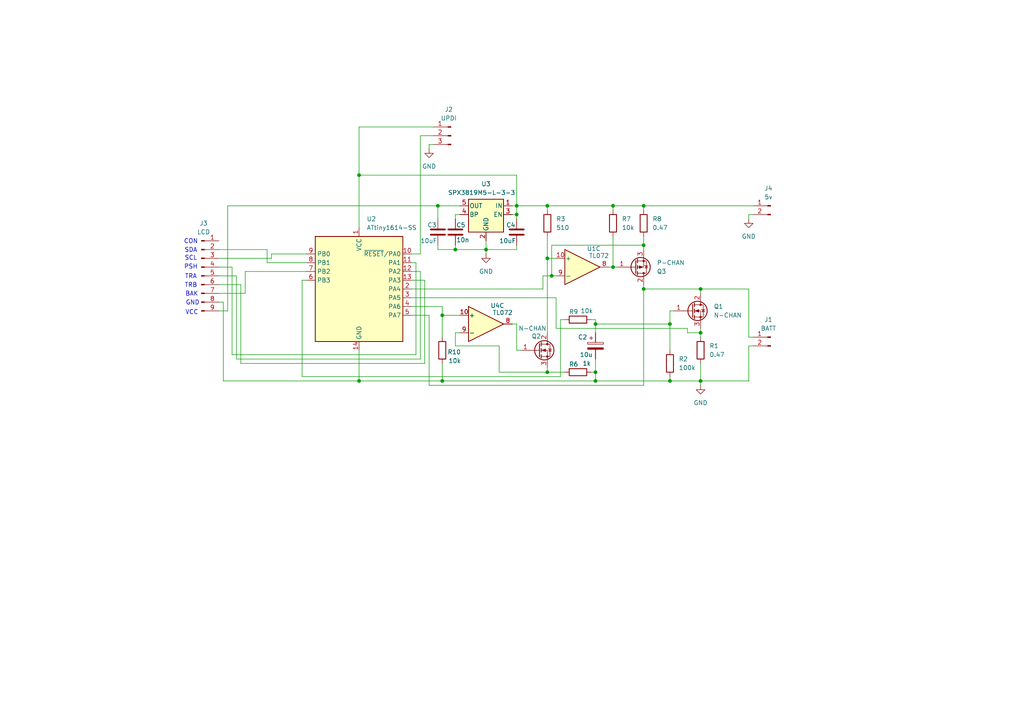
<source format=kicad_sch>
(kicad_sch
	(version 20231120)
	(generator "eeschema")
	(generator_version "8.0")
	(uuid "2245354a-a45f-4e36-a0af-c7d0e1447315")
	(paper "A4")
	(lib_symbols
		(symbol "Amplifier_Operational:LM324"
			(pin_names
				(offset 0.127)
			)
			(exclude_from_sim no)
			(in_bom yes)
			(on_board yes)
			(property "Reference" "U"
				(at 0 5.08 0)
				(effects
					(font
						(size 1.27 1.27)
					)
					(justify left)
				)
			)
			(property "Value" "LM324"
				(at 0 -5.08 0)
				(effects
					(font
						(size 1.27 1.27)
					)
					(justify left)
				)
			)
			(property "Footprint" ""
				(at -1.27 2.54 0)
				(effects
					(font
						(size 1.27 1.27)
					)
					(hide yes)
				)
			)
			(property "Datasheet" "http://www.ti.com/lit/ds/symlink/lm2902-n.pdf"
				(at 1.27 5.08 0)
				(effects
					(font
						(size 1.27 1.27)
					)
					(hide yes)
				)
			)
			(property "Description" "Low-Power, Quad-Operational Amplifiers, DIP-14/SOIC-14/SSOP-14"
				(at 0 0 0)
				(effects
					(font
						(size 1.27 1.27)
					)
					(hide yes)
				)
			)
			(property "ki_locked" ""
				(at 0 0 0)
				(effects
					(font
						(size 1.27 1.27)
					)
				)
			)
			(property "ki_keywords" "quad opamp"
				(at 0 0 0)
				(effects
					(font
						(size 1.27 1.27)
					)
					(hide yes)
				)
			)
			(property "ki_fp_filters" "SOIC*3.9x8.7mm*P1.27mm* DIP*W7.62mm* TSSOP*4.4x5mm*P0.65mm* SSOP*5.3x6.2mm*P0.65mm* MSOP*3x3mm*P0.5mm*"
				(at 0 0 0)
				(effects
					(font
						(size 1.27 1.27)
					)
					(hide yes)
				)
			)
			(symbol "LM324_1_1"
				(polyline
					(pts
						(xy -5.08 5.08) (xy 5.08 0) (xy -5.08 -5.08) (xy -5.08 5.08)
					)
					(stroke
						(width 0.254)
						(type default)
					)
					(fill
						(type background)
					)
				)
				(pin output line
					(at 7.62 0 180)
					(length 2.54)
					(name "~"
						(effects
							(font
								(size 1.27 1.27)
							)
						)
					)
					(number "1"
						(effects
							(font
								(size 1.27 1.27)
							)
						)
					)
				)
				(pin input line
					(at -7.62 -2.54 0)
					(length 2.54)
					(name "-"
						(effects
							(font
								(size 1.27 1.27)
							)
						)
					)
					(number "2"
						(effects
							(font
								(size 1.27 1.27)
							)
						)
					)
				)
				(pin input line
					(at -7.62 2.54 0)
					(length 2.54)
					(name "+"
						(effects
							(font
								(size 1.27 1.27)
							)
						)
					)
					(number "3"
						(effects
							(font
								(size 1.27 1.27)
							)
						)
					)
				)
			)
			(symbol "LM324_2_1"
				(polyline
					(pts
						(xy -5.08 5.08) (xy 5.08 0) (xy -5.08 -5.08) (xy -5.08 5.08)
					)
					(stroke
						(width 0.254)
						(type default)
					)
					(fill
						(type background)
					)
				)
				(pin input line
					(at -7.62 2.54 0)
					(length 2.54)
					(name "+"
						(effects
							(font
								(size 1.27 1.27)
							)
						)
					)
					(number "5"
						(effects
							(font
								(size 1.27 1.27)
							)
						)
					)
				)
				(pin input line
					(at -7.62 -2.54 0)
					(length 2.54)
					(name "-"
						(effects
							(font
								(size 1.27 1.27)
							)
						)
					)
					(number "6"
						(effects
							(font
								(size 1.27 1.27)
							)
						)
					)
				)
				(pin output line
					(at 7.62 0 180)
					(length 2.54)
					(name "~"
						(effects
							(font
								(size 1.27 1.27)
							)
						)
					)
					(number "7"
						(effects
							(font
								(size 1.27 1.27)
							)
						)
					)
				)
			)
			(symbol "LM324_3_1"
				(polyline
					(pts
						(xy -5.08 5.08) (xy 5.08 0) (xy -5.08 -5.08) (xy -5.08 5.08)
					)
					(stroke
						(width 0.254)
						(type default)
					)
					(fill
						(type background)
					)
				)
				(pin input line
					(at -7.62 2.54 0)
					(length 2.54)
					(name "+"
						(effects
							(font
								(size 1.27 1.27)
							)
						)
					)
					(number "10"
						(effects
							(font
								(size 1.27 1.27)
							)
						)
					)
				)
				(pin output line
					(at 7.62 0 180)
					(length 2.54)
					(name "~"
						(effects
							(font
								(size 1.27 1.27)
							)
						)
					)
					(number "8"
						(effects
							(font
								(size 1.27 1.27)
							)
						)
					)
				)
				(pin input line
					(at -7.62 -2.54 0)
					(length 2.54)
					(name "-"
						(effects
							(font
								(size 1.27 1.27)
							)
						)
					)
					(number "9"
						(effects
							(font
								(size 1.27 1.27)
							)
						)
					)
				)
			)
			(symbol "LM324_4_1"
				(polyline
					(pts
						(xy -5.08 5.08) (xy 5.08 0) (xy -5.08 -5.08) (xy -5.08 5.08)
					)
					(stroke
						(width 0.254)
						(type default)
					)
					(fill
						(type background)
					)
				)
				(pin input line
					(at -7.62 2.54 0)
					(length 2.54)
					(name "+"
						(effects
							(font
								(size 1.27 1.27)
							)
						)
					)
					(number "12"
						(effects
							(font
								(size 1.27 1.27)
							)
						)
					)
				)
				(pin input line
					(at -7.62 -2.54 0)
					(length 2.54)
					(name "-"
						(effects
							(font
								(size 1.27 1.27)
							)
						)
					)
					(number "13"
						(effects
							(font
								(size 1.27 1.27)
							)
						)
					)
				)
				(pin output line
					(at 7.62 0 180)
					(length 2.54)
					(name "~"
						(effects
							(font
								(size 1.27 1.27)
							)
						)
					)
					(number "14"
						(effects
							(font
								(size 1.27 1.27)
							)
						)
					)
				)
			)
			(symbol "LM324_5_1"
				(pin power_in line
					(at -2.54 -7.62 90)
					(length 3.81)
					(name "V-"
						(effects
							(font
								(size 1.27 1.27)
							)
						)
					)
					(number "11"
						(effects
							(font
								(size 1.27 1.27)
							)
						)
					)
				)
				(pin power_in line
					(at -2.54 7.62 270)
					(length 3.81)
					(name "V+"
						(effects
							(font
								(size 1.27 1.27)
							)
						)
					)
					(number "4"
						(effects
							(font
								(size 1.27 1.27)
							)
						)
					)
				)
			)
		)
		(symbol "Connector:Conn_01x02_Pin"
			(pin_names
				(offset 1.016) hide)
			(exclude_from_sim no)
			(in_bom yes)
			(on_board yes)
			(property "Reference" "J"
				(at 0 2.54 0)
				(effects
					(font
						(size 1.27 1.27)
					)
				)
			)
			(property "Value" "Conn_01x02_Pin"
				(at 0 -5.08 0)
				(effects
					(font
						(size 1.27 1.27)
					)
				)
			)
			(property "Footprint" ""
				(at 0 0 0)
				(effects
					(font
						(size 1.27 1.27)
					)
					(hide yes)
				)
			)
			(property "Datasheet" "~"
				(at 0 0 0)
				(effects
					(font
						(size 1.27 1.27)
					)
					(hide yes)
				)
			)
			(property "Description" "Generic connector, single row, 01x02, script generated"
				(at 0 0 0)
				(effects
					(font
						(size 1.27 1.27)
					)
					(hide yes)
				)
			)
			(property "ki_locked" ""
				(at 0 0 0)
				(effects
					(font
						(size 1.27 1.27)
					)
				)
			)
			(property "ki_keywords" "connector"
				(at 0 0 0)
				(effects
					(font
						(size 1.27 1.27)
					)
					(hide yes)
				)
			)
			(property "ki_fp_filters" "Connector*:*_1x??_*"
				(at 0 0 0)
				(effects
					(font
						(size 1.27 1.27)
					)
					(hide yes)
				)
			)
			(symbol "Conn_01x02_Pin_1_1"
				(polyline
					(pts
						(xy 1.27 -2.54) (xy 0.8636 -2.54)
					)
					(stroke
						(width 0.1524)
						(type default)
					)
					(fill
						(type none)
					)
				)
				(polyline
					(pts
						(xy 1.27 0) (xy 0.8636 0)
					)
					(stroke
						(width 0.1524)
						(type default)
					)
					(fill
						(type none)
					)
				)
				(rectangle
					(start 0.8636 -2.413)
					(end 0 -2.667)
					(stroke
						(width 0.1524)
						(type default)
					)
					(fill
						(type outline)
					)
				)
				(rectangle
					(start 0.8636 0.127)
					(end 0 -0.127)
					(stroke
						(width 0.1524)
						(type default)
					)
					(fill
						(type outline)
					)
				)
				(pin passive line
					(at 5.08 0 180)
					(length 3.81)
					(name "Pin_1"
						(effects
							(font
								(size 1.27 1.27)
							)
						)
					)
					(number "1"
						(effects
							(font
								(size 1.27 1.27)
							)
						)
					)
				)
				(pin passive line
					(at 5.08 -2.54 180)
					(length 3.81)
					(name "Pin_2"
						(effects
							(font
								(size 1.27 1.27)
							)
						)
					)
					(number "2"
						(effects
							(font
								(size 1.27 1.27)
							)
						)
					)
				)
			)
		)
		(symbol "Connector:Conn_01x03_Pin"
			(pin_names
				(offset 1.016) hide)
			(exclude_from_sim no)
			(in_bom yes)
			(on_board yes)
			(property "Reference" "J"
				(at 0 5.08 0)
				(effects
					(font
						(size 1.27 1.27)
					)
				)
			)
			(property "Value" "Conn_01x03_Pin"
				(at 0 -5.08 0)
				(effects
					(font
						(size 1.27 1.27)
					)
				)
			)
			(property "Footprint" ""
				(at 0 0 0)
				(effects
					(font
						(size 1.27 1.27)
					)
					(hide yes)
				)
			)
			(property "Datasheet" "~"
				(at 0 0 0)
				(effects
					(font
						(size 1.27 1.27)
					)
					(hide yes)
				)
			)
			(property "Description" "Generic connector, single row, 01x03, script generated"
				(at 0 0 0)
				(effects
					(font
						(size 1.27 1.27)
					)
					(hide yes)
				)
			)
			(property "ki_locked" ""
				(at 0 0 0)
				(effects
					(font
						(size 1.27 1.27)
					)
				)
			)
			(property "ki_keywords" "connector"
				(at 0 0 0)
				(effects
					(font
						(size 1.27 1.27)
					)
					(hide yes)
				)
			)
			(property "ki_fp_filters" "Connector*:*_1x??_*"
				(at 0 0 0)
				(effects
					(font
						(size 1.27 1.27)
					)
					(hide yes)
				)
			)
			(symbol "Conn_01x03_Pin_1_1"
				(polyline
					(pts
						(xy 1.27 -2.54) (xy 0.8636 -2.54)
					)
					(stroke
						(width 0.1524)
						(type default)
					)
					(fill
						(type none)
					)
				)
				(polyline
					(pts
						(xy 1.27 0) (xy 0.8636 0)
					)
					(stroke
						(width 0.1524)
						(type default)
					)
					(fill
						(type none)
					)
				)
				(polyline
					(pts
						(xy 1.27 2.54) (xy 0.8636 2.54)
					)
					(stroke
						(width 0.1524)
						(type default)
					)
					(fill
						(type none)
					)
				)
				(rectangle
					(start 0.8636 -2.413)
					(end 0 -2.667)
					(stroke
						(width 0.1524)
						(type default)
					)
					(fill
						(type outline)
					)
				)
				(rectangle
					(start 0.8636 0.127)
					(end 0 -0.127)
					(stroke
						(width 0.1524)
						(type default)
					)
					(fill
						(type outline)
					)
				)
				(rectangle
					(start 0.8636 2.667)
					(end 0 2.413)
					(stroke
						(width 0.1524)
						(type default)
					)
					(fill
						(type outline)
					)
				)
				(pin passive line
					(at 5.08 2.54 180)
					(length 3.81)
					(name "Pin_1"
						(effects
							(font
								(size 1.27 1.27)
							)
						)
					)
					(number "1"
						(effects
							(font
								(size 1.27 1.27)
							)
						)
					)
				)
				(pin passive line
					(at 5.08 0 180)
					(length 3.81)
					(name "Pin_2"
						(effects
							(font
								(size 1.27 1.27)
							)
						)
					)
					(number "2"
						(effects
							(font
								(size 1.27 1.27)
							)
						)
					)
				)
				(pin passive line
					(at 5.08 -2.54 180)
					(length 3.81)
					(name "Pin_3"
						(effects
							(font
								(size 1.27 1.27)
							)
						)
					)
					(number "3"
						(effects
							(font
								(size 1.27 1.27)
							)
						)
					)
				)
			)
		)
		(symbol "Connector:Conn_01x09_Pin"
			(pin_names
				(offset 1.016) hide)
			(exclude_from_sim no)
			(in_bom yes)
			(on_board yes)
			(property "Reference" "J"
				(at 0 12.7 0)
				(effects
					(font
						(size 1.27 1.27)
					)
				)
			)
			(property "Value" "Conn_01x09_Pin"
				(at 0 -12.7 0)
				(effects
					(font
						(size 1.27 1.27)
					)
				)
			)
			(property "Footprint" ""
				(at 0 0 0)
				(effects
					(font
						(size 1.27 1.27)
					)
					(hide yes)
				)
			)
			(property "Datasheet" "~"
				(at 0 0 0)
				(effects
					(font
						(size 1.27 1.27)
					)
					(hide yes)
				)
			)
			(property "Description" "Generic connector, single row, 01x09, script generated"
				(at 0 0 0)
				(effects
					(font
						(size 1.27 1.27)
					)
					(hide yes)
				)
			)
			(property "ki_locked" ""
				(at 0 0 0)
				(effects
					(font
						(size 1.27 1.27)
					)
				)
			)
			(property "ki_keywords" "connector"
				(at 0 0 0)
				(effects
					(font
						(size 1.27 1.27)
					)
					(hide yes)
				)
			)
			(property "ki_fp_filters" "Connector*:*_1x??_*"
				(at 0 0 0)
				(effects
					(font
						(size 1.27 1.27)
					)
					(hide yes)
				)
			)
			(symbol "Conn_01x09_Pin_1_1"
				(polyline
					(pts
						(xy 1.27 -10.16) (xy 0.8636 -10.16)
					)
					(stroke
						(width 0.1524)
						(type default)
					)
					(fill
						(type none)
					)
				)
				(polyline
					(pts
						(xy 1.27 -7.62) (xy 0.8636 -7.62)
					)
					(stroke
						(width 0.1524)
						(type default)
					)
					(fill
						(type none)
					)
				)
				(polyline
					(pts
						(xy 1.27 -5.08) (xy 0.8636 -5.08)
					)
					(stroke
						(width 0.1524)
						(type default)
					)
					(fill
						(type none)
					)
				)
				(polyline
					(pts
						(xy 1.27 -2.54) (xy 0.8636 -2.54)
					)
					(stroke
						(width 0.1524)
						(type default)
					)
					(fill
						(type none)
					)
				)
				(polyline
					(pts
						(xy 1.27 0) (xy 0.8636 0)
					)
					(stroke
						(width 0.1524)
						(type default)
					)
					(fill
						(type none)
					)
				)
				(polyline
					(pts
						(xy 1.27 2.54) (xy 0.8636 2.54)
					)
					(stroke
						(width 0.1524)
						(type default)
					)
					(fill
						(type none)
					)
				)
				(polyline
					(pts
						(xy 1.27 5.08) (xy 0.8636 5.08)
					)
					(stroke
						(width 0.1524)
						(type default)
					)
					(fill
						(type none)
					)
				)
				(polyline
					(pts
						(xy 1.27 7.62) (xy 0.8636 7.62)
					)
					(stroke
						(width 0.1524)
						(type default)
					)
					(fill
						(type none)
					)
				)
				(polyline
					(pts
						(xy 1.27 10.16) (xy 0.8636 10.16)
					)
					(stroke
						(width 0.1524)
						(type default)
					)
					(fill
						(type none)
					)
				)
				(rectangle
					(start 0.8636 -10.033)
					(end 0 -10.287)
					(stroke
						(width 0.1524)
						(type default)
					)
					(fill
						(type outline)
					)
				)
				(rectangle
					(start 0.8636 -7.493)
					(end 0 -7.747)
					(stroke
						(width 0.1524)
						(type default)
					)
					(fill
						(type outline)
					)
				)
				(rectangle
					(start 0.8636 -4.953)
					(end 0 -5.207)
					(stroke
						(width 0.1524)
						(type default)
					)
					(fill
						(type outline)
					)
				)
				(rectangle
					(start 0.8636 -2.413)
					(end 0 -2.667)
					(stroke
						(width 0.1524)
						(type default)
					)
					(fill
						(type outline)
					)
				)
				(rectangle
					(start 0.8636 0.127)
					(end 0 -0.127)
					(stroke
						(width 0.1524)
						(type default)
					)
					(fill
						(type outline)
					)
				)
				(rectangle
					(start 0.8636 2.667)
					(end 0 2.413)
					(stroke
						(width 0.1524)
						(type default)
					)
					(fill
						(type outline)
					)
				)
				(rectangle
					(start 0.8636 5.207)
					(end 0 4.953)
					(stroke
						(width 0.1524)
						(type default)
					)
					(fill
						(type outline)
					)
				)
				(rectangle
					(start 0.8636 7.747)
					(end 0 7.493)
					(stroke
						(width 0.1524)
						(type default)
					)
					(fill
						(type outline)
					)
				)
				(rectangle
					(start 0.8636 10.287)
					(end 0 10.033)
					(stroke
						(width 0.1524)
						(type default)
					)
					(fill
						(type outline)
					)
				)
				(pin passive line
					(at 5.08 10.16 180)
					(length 3.81)
					(name "Pin_1"
						(effects
							(font
								(size 1.27 1.27)
							)
						)
					)
					(number "1"
						(effects
							(font
								(size 1.27 1.27)
							)
						)
					)
				)
				(pin passive line
					(at 5.08 7.62 180)
					(length 3.81)
					(name "Pin_2"
						(effects
							(font
								(size 1.27 1.27)
							)
						)
					)
					(number "2"
						(effects
							(font
								(size 1.27 1.27)
							)
						)
					)
				)
				(pin passive line
					(at 5.08 5.08 180)
					(length 3.81)
					(name "Pin_3"
						(effects
							(font
								(size 1.27 1.27)
							)
						)
					)
					(number "3"
						(effects
							(font
								(size 1.27 1.27)
							)
						)
					)
				)
				(pin passive line
					(at 5.08 2.54 180)
					(length 3.81)
					(name "Pin_4"
						(effects
							(font
								(size 1.27 1.27)
							)
						)
					)
					(number "4"
						(effects
							(font
								(size 1.27 1.27)
							)
						)
					)
				)
				(pin passive line
					(at 5.08 0 180)
					(length 3.81)
					(name "Pin_5"
						(effects
							(font
								(size 1.27 1.27)
							)
						)
					)
					(number "5"
						(effects
							(font
								(size 1.27 1.27)
							)
						)
					)
				)
				(pin passive line
					(at 5.08 -2.54 180)
					(length 3.81)
					(name "Pin_6"
						(effects
							(font
								(size 1.27 1.27)
							)
						)
					)
					(number "6"
						(effects
							(font
								(size 1.27 1.27)
							)
						)
					)
				)
				(pin passive line
					(at 5.08 -5.08 180)
					(length 3.81)
					(name "Pin_7"
						(effects
							(font
								(size 1.27 1.27)
							)
						)
					)
					(number "7"
						(effects
							(font
								(size 1.27 1.27)
							)
						)
					)
				)
				(pin passive line
					(at 5.08 -7.62 180)
					(length 3.81)
					(name "Pin_8"
						(effects
							(font
								(size 1.27 1.27)
							)
						)
					)
					(number "8"
						(effects
							(font
								(size 1.27 1.27)
							)
						)
					)
				)
				(pin passive line
					(at 5.08 -10.16 180)
					(length 3.81)
					(name "Pin_9"
						(effects
							(font
								(size 1.27 1.27)
							)
						)
					)
					(number "9"
						(effects
							(font
								(size 1.27 1.27)
							)
						)
					)
				)
			)
		)
		(symbol "Device:C"
			(pin_numbers hide)
			(pin_names
				(offset 0.254)
			)
			(exclude_from_sim no)
			(in_bom yes)
			(on_board yes)
			(property "Reference" "C"
				(at 0.635 2.54 0)
				(effects
					(font
						(size 1.27 1.27)
					)
					(justify left)
				)
			)
			(property "Value" "C"
				(at 0.635 -2.54 0)
				(effects
					(font
						(size 1.27 1.27)
					)
					(justify left)
				)
			)
			(property "Footprint" ""
				(at 0.9652 -3.81 0)
				(effects
					(font
						(size 1.27 1.27)
					)
					(hide yes)
				)
			)
			(property "Datasheet" "~"
				(at 0 0 0)
				(effects
					(font
						(size 1.27 1.27)
					)
					(hide yes)
				)
			)
			(property "Description" "Unpolarized capacitor"
				(at 0 0 0)
				(effects
					(font
						(size 1.27 1.27)
					)
					(hide yes)
				)
			)
			(property "ki_keywords" "cap capacitor"
				(at 0 0 0)
				(effects
					(font
						(size 1.27 1.27)
					)
					(hide yes)
				)
			)
			(property "ki_fp_filters" "C_*"
				(at 0 0 0)
				(effects
					(font
						(size 1.27 1.27)
					)
					(hide yes)
				)
			)
			(symbol "C_0_1"
				(polyline
					(pts
						(xy -2.032 -0.762) (xy 2.032 -0.762)
					)
					(stroke
						(width 0.508)
						(type default)
					)
					(fill
						(type none)
					)
				)
				(polyline
					(pts
						(xy -2.032 0.762) (xy 2.032 0.762)
					)
					(stroke
						(width 0.508)
						(type default)
					)
					(fill
						(type none)
					)
				)
			)
			(symbol "C_1_1"
				(pin passive line
					(at 0 3.81 270)
					(length 2.794)
					(name "~"
						(effects
							(font
								(size 1.27 1.27)
							)
						)
					)
					(number "1"
						(effects
							(font
								(size 1.27 1.27)
							)
						)
					)
				)
				(pin passive line
					(at 0 -3.81 90)
					(length 2.794)
					(name "~"
						(effects
							(font
								(size 1.27 1.27)
							)
						)
					)
					(number "2"
						(effects
							(font
								(size 1.27 1.27)
							)
						)
					)
				)
			)
		)
		(symbol "Device:C_Polarized"
			(pin_numbers hide)
			(pin_names
				(offset 0.254)
			)
			(exclude_from_sim no)
			(in_bom yes)
			(on_board yes)
			(property "Reference" "C"
				(at 0.635 2.54 0)
				(effects
					(font
						(size 1.27 1.27)
					)
					(justify left)
				)
			)
			(property "Value" "C_Polarized"
				(at 0.635 -2.54 0)
				(effects
					(font
						(size 1.27 1.27)
					)
					(justify left)
				)
			)
			(property "Footprint" ""
				(at 0.9652 -3.81 0)
				(effects
					(font
						(size 1.27 1.27)
					)
					(hide yes)
				)
			)
			(property "Datasheet" "~"
				(at 0 0 0)
				(effects
					(font
						(size 1.27 1.27)
					)
					(hide yes)
				)
			)
			(property "Description" "Polarized capacitor"
				(at 0 0 0)
				(effects
					(font
						(size 1.27 1.27)
					)
					(hide yes)
				)
			)
			(property "ki_keywords" "cap capacitor"
				(at 0 0 0)
				(effects
					(font
						(size 1.27 1.27)
					)
					(hide yes)
				)
			)
			(property "ki_fp_filters" "CP_*"
				(at 0 0 0)
				(effects
					(font
						(size 1.27 1.27)
					)
					(hide yes)
				)
			)
			(symbol "C_Polarized_0_1"
				(rectangle
					(start -2.286 0.508)
					(end 2.286 1.016)
					(stroke
						(width 0)
						(type default)
					)
					(fill
						(type none)
					)
				)
				(polyline
					(pts
						(xy -1.778 2.286) (xy -0.762 2.286)
					)
					(stroke
						(width 0)
						(type default)
					)
					(fill
						(type none)
					)
				)
				(polyline
					(pts
						(xy -1.27 2.794) (xy -1.27 1.778)
					)
					(stroke
						(width 0)
						(type default)
					)
					(fill
						(type none)
					)
				)
				(rectangle
					(start 2.286 -0.508)
					(end -2.286 -1.016)
					(stroke
						(width 0)
						(type default)
					)
					(fill
						(type outline)
					)
				)
			)
			(symbol "C_Polarized_1_1"
				(pin passive line
					(at 0 3.81 270)
					(length 2.794)
					(name "~"
						(effects
							(font
								(size 1.27 1.27)
							)
						)
					)
					(number "1"
						(effects
							(font
								(size 1.27 1.27)
							)
						)
					)
				)
				(pin passive line
					(at 0 -3.81 90)
					(length 2.794)
					(name "~"
						(effects
							(font
								(size 1.27 1.27)
							)
						)
					)
					(number "2"
						(effects
							(font
								(size 1.27 1.27)
							)
						)
					)
				)
			)
		)
		(symbol "Device:R"
			(pin_numbers hide)
			(pin_names
				(offset 0)
			)
			(exclude_from_sim no)
			(in_bom yes)
			(on_board yes)
			(property "Reference" "R"
				(at 2.032 0 90)
				(effects
					(font
						(size 1.27 1.27)
					)
				)
			)
			(property "Value" "R"
				(at 0 0 90)
				(effects
					(font
						(size 1.27 1.27)
					)
				)
			)
			(property "Footprint" ""
				(at -1.778 0 90)
				(effects
					(font
						(size 1.27 1.27)
					)
					(hide yes)
				)
			)
			(property "Datasheet" "~"
				(at 0 0 0)
				(effects
					(font
						(size 1.27 1.27)
					)
					(hide yes)
				)
			)
			(property "Description" "Resistor"
				(at 0 0 0)
				(effects
					(font
						(size 1.27 1.27)
					)
					(hide yes)
				)
			)
			(property "ki_keywords" "R res resistor"
				(at 0 0 0)
				(effects
					(font
						(size 1.27 1.27)
					)
					(hide yes)
				)
			)
			(property "ki_fp_filters" "R_*"
				(at 0 0 0)
				(effects
					(font
						(size 1.27 1.27)
					)
					(hide yes)
				)
			)
			(symbol "R_0_1"
				(rectangle
					(start -1.016 -2.54)
					(end 1.016 2.54)
					(stroke
						(width 0.254)
						(type default)
					)
					(fill
						(type none)
					)
				)
			)
			(symbol "R_1_1"
				(pin passive line
					(at 0 3.81 270)
					(length 1.27)
					(name "~"
						(effects
							(font
								(size 1.27 1.27)
							)
						)
					)
					(number "1"
						(effects
							(font
								(size 1.27 1.27)
							)
						)
					)
				)
				(pin passive line
					(at 0 -3.81 90)
					(length 1.27)
					(name "~"
						(effects
							(font
								(size 1.27 1.27)
							)
						)
					)
					(number "2"
						(effects
							(font
								(size 1.27 1.27)
							)
						)
					)
				)
			)
		)
		(symbol "MCU_Microchip_ATtiny:ATtiny1614-SS"
			(exclude_from_sim no)
			(in_bom yes)
			(on_board yes)
			(property "Reference" "U"
				(at -12.7 16.51 0)
				(effects
					(font
						(size 1.27 1.27)
					)
					(justify left bottom)
				)
			)
			(property "Value" "ATtiny1614-SS"
				(at 2.54 -16.51 0)
				(effects
					(font
						(size 1.27 1.27)
					)
					(justify left top)
				)
			)
			(property "Footprint" "Package_SO:SOIC-14_3.9x8.7mm_P1.27mm"
				(at 0 0 0)
				(effects
					(font
						(size 1.27 1.27)
						(italic yes)
					)
					(hide yes)
				)
			)
			(property "Datasheet" "http://ww1.microchip.com/downloads/en/DeviceDoc/ATtiny1614-data-sheet-40001995A.pdf"
				(at 0 0 0)
				(effects
					(font
						(size 1.27 1.27)
					)
					(hide yes)
				)
			)
			(property "Description" "20MHz, 16kB Flash, 2kB SRAM, 256B EEPROM, SOIC-14"
				(at 0 0 0)
				(effects
					(font
						(size 1.27 1.27)
					)
					(hide yes)
				)
			)
			(property "ki_keywords" "AVR 8bit Microcontroller tinyAVR"
				(at 0 0 0)
				(effects
					(font
						(size 1.27 1.27)
					)
					(hide yes)
				)
			)
			(property "ki_fp_filters" "SOIC*3.9x8.7mm*P1.27mm*"
				(at 0 0 0)
				(effects
					(font
						(size 1.27 1.27)
					)
					(hide yes)
				)
			)
			(symbol "ATtiny1614-SS_0_1"
				(rectangle
					(start -12.7 -15.24)
					(end 12.7 15.24)
					(stroke
						(width 0.254)
						(type default)
					)
					(fill
						(type background)
					)
				)
			)
			(symbol "ATtiny1614-SS_1_1"
				(pin power_in line
					(at 0 17.78 270)
					(length 2.54)
					(name "VCC"
						(effects
							(font
								(size 1.27 1.27)
							)
						)
					)
					(number "1"
						(effects
							(font
								(size 1.27 1.27)
							)
						)
					)
				)
				(pin bidirectional line
					(at 15.24 10.16 180)
					(length 2.54)
					(name "~{RESET}/PA0"
						(effects
							(font
								(size 1.27 1.27)
							)
						)
					)
					(number "10"
						(effects
							(font
								(size 1.27 1.27)
							)
						)
					)
				)
				(pin bidirectional line
					(at 15.24 7.62 180)
					(length 2.54)
					(name "PA1"
						(effects
							(font
								(size 1.27 1.27)
							)
						)
					)
					(number "11"
						(effects
							(font
								(size 1.27 1.27)
							)
						)
					)
				)
				(pin bidirectional line
					(at 15.24 5.08 180)
					(length 2.54)
					(name "PA2"
						(effects
							(font
								(size 1.27 1.27)
							)
						)
					)
					(number "12"
						(effects
							(font
								(size 1.27 1.27)
							)
						)
					)
				)
				(pin bidirectional line
					(at 15.24 2.54 180)
					(length 2.54)
					(name "PA3"
						(effects
							(font
								(size 1.27 1.27)
							)
						)
					)
					(number "13"
						(effects
							(font
								(size 1.27 1.27)
							)
						)
					)
				)
				(pin power_in line
					(at 0 -17.78 90)
					(length 2.54)
					(name "GND"
						(effects
							(font
								(size 1.27 1.27)
							)
						)
					)
					(number "14"
						(effects
							(font
								(size 1.27 1.27)
							)
						)
					)
				)
				(pin bidirectional line
					(at 15.24 0 180)
					(length 2.54)
					(name "PA4"
						(effects
							(font
								(size 1.27 1.27)
							)
						)
					)
					(number "2"
						(effects
							(font
								(size 1.27 1.27)
							)
						)
					)
				)
				(pin bidirectional line
					(at 15.24 -2.54 180)
					(length 2.54)
					(name "PA5"
						(effects
							(font
								(size 1.27 1.27)
							)
						)
					)
					(number "3"
						(effects
							(font
								(size 1.27 1.27)
							)
						)
					)
				)
				(pin bidirectional line
					(at 15.24 -5.08 180)
					(length 2.54)
					(name "PA6"
						(effects
							(font
								(size 1.27 1.27)
							)
						)
					)
					(number "4"
						(effects
							(font
								(size 1.27 1.27)
							)
						)
					)
				)
				(pin bidirectional line
					(at 15.24 -7.62 180)
					(length 2.54)
					(name "PA7"
						(effects
							(font
								(size 1.27 1.27)
							)
						)
					)
					(number "5"
						(effects
							(font
								(size 1.27 1.27)
							)
						)
					)
				)
				(pin bidirectional line
					(at -15.24 2.54 0)
					(length 2.54)
					(name "PB3"
						(effects
							(font
								(size 1.27 1.27)
							)
						)
					)
					(number "6"
						(effects
							(font
								(size 1.27 1.27)
							)
						)
					)
				)
				(pin bidirectional line
					(at -15.24 5.08 0)
					(length 2.54)
					(name "PB2"
						(effects
							(font
								(size 1.27 1.27)
							)
						)
					)
					(number "7"
						(effects
							(font
								(size 1.27 1.27)
							)
						)
					)
				)
				(pin bidirectional line
					(at -15.24 7.62 0)
					(length 2.54)
					(name "PB1"
						(effects
							(font
								(size 1.27 1.27)
							)
						)
					)
					(number "8"
						(effects
							(font
								(size 1.27 1.27)
							)
						)
					)
				)
				(pin bidirectional line
					(at -15.24 10.16 0)
					(length 2.54)
					(name "PB0"
						(effects
							(font
								(size 1.27 1.27)
							)
						)
					)
					(number "9"
						(effects
							(font
								(size 1.27 1.27)
							)
						)
					)
				)
			)
		)
		(symbol "Regulator_Linear:SPX3819M5-L-3-3"
			(pin_names
				(offset 0.254)
			)
			(exclude_from_sim no)
			(in_bom yes)
			(on_board yes)
			(property "Reference" "U"
				(at -3.81 5.715 0)
				(effects
					(font
						(size 1.27 1.27)
					)
				)
			)
			(property "Value" "SPX3819M5-L-3-3"
				(at 0 5.715 0)
				(effects
					(font
						(size 1.27 1.27)
					)
					(justify left)
				)
			)
			(property "Footprint" "Package_TO_SOT_SMD:SOT-23-5"
				(at 0 8.255 0)
				(effects
					(font
						(size 1.27 1.27)
					)
					(hide yes)
				)
			)
			(property "Datasheet" "https://www.exar.com/content/document.ashx?id=22106&languageid=1033&type=Datasheet&partnumber=SPX3819&filename=SPX3819.pdf&part=SPX3819"
				(at 0 0 0)
				(effects
					(font
						(size 1.27 1.27)
					)
					(hide yes)
				)
			)
			(property "Description" "500mA Low drop-out regulator, Fixed Output 3.3V, SOT-23-5"
				(at 0 0 0)
				(effects
					(font
						(size 1.27 1.27)
					)
					(hide yes)
				)
			)
			(property "ki_keywords" "REGULATOR LDO 3.3V"
				(at 0 0 0)
				(effects
					(font
						(size 1.27 1.27)
					)
					(hide yes)
				)
			)
			(property "ki_fp_filters" "SOT?23*"
				(at 0 0 0)
				(effects
					(font
						(size 1.27 1.27)
					)
					(hide yes)
				)
			)
			(symbol "SPX3819M5-L-3-3_0_1"
				(rectangle
					(start -5.08 4.445)
					(end 5.08 -5.08)
					(stroke
						(width 0.254)
						(type default)
					)
					(fill
						(type background)
					)
				)
			)
			(symbol "SPX3819M5-L-3-3_1_1"
				(pin power_in line
					(at -7.62 2.54 0)
					(length 2.54)
					(name "IN"
						(effects
							(font
								(size 1.27 1.27)
							)
						)
					)
					(number "1"
						(effects
							(font
								(size 1.27 1.27)
							)
						)
					)
				)
				(pin power_in line
					(at 0 -7.62 90)
					(length 2.54)
					(name "GND"
						(effects
							(font
								(size 1.27 1.27)
							)
						)
					)
					(number "2"
						(effects
							(font
								(size 1.27 1.27)
							)
						)
					)
				)
				(pin input line
					(at -7.62 0 0)
					(length 2.54)
					(name "EN"
						(effects
							(font
								(size 1.27 1.27)
							)
						)
					)
					(number "3"
						(effects
							(font
								(size 1.27 1.27)
							)
						)
					)
				)
				(pin input line
					(at 7.62 0 180)
					(length 2.54)
					(name "BP"
						(effects
							(font
								(size 1.27 1.27)
							)
						)
					)
					(number "4"
						(effects
							(font
								(size 1.27 1.27)
							)
						)
					)
				)
				(pin power_out line
					(at 7.62 2.54 180)
					(length 2.54)
					(name "OUT"
						(effects
							(font
								(size 1.27 1.27)
							)
						)
					)
					(number "5"
						(effects
							(font
								(size 1.27 1.27)
							)
						)
					)
				)
			)
		)
		(symbol "Transistor_FET:IRF540N"
			(pin_names hide)
			(exclude_from_sim no)
			(in_bom yes)
			(on_board yes)
			(property "Reference" "Q"
				(at 5.08 1.905 0)
				(effects
					(font
						(size 1.27 1.27)
					)
					(justify left)
				)
			)
			(property "Value" "IRF540N"
				(at 5.08 0 0)
				(effects
					(font
						(size 1.27 1.27)
					)
					(justify left)
				)
			)
			(property "Footprint" "Package_TO_SOT_THT:TO-220-3_Vertical"
				(at 5.08 -1.905 0)
				(effects
					(font
						(size 1.27 1.27)
						(italic yes)
					)
					(justify left)
					(hide yes)
				)
			)
			(property "Datasheet" "http://www.irf.com/product-info/datasheets/data/irf540n.pdf"
				(at 5.08 -3.81 0)
				(effects
					(font
						(size 1.27 1.27)
					)
					(justify left)
					(hide yes)
				)
			)
			(property "Description" "33A Id, 100V Vds, HEXFET N-Channel MOSFET, TO-220"
				(at 0 0 0)
				(effects
					(font
						(size 1.27 1.27)
					)
					(hide yes)
				)
			)
			(property "ki_keywords" "HEXFET N-Channel MOSFET"
				(at 0 0 0)
				(effects
					(font
						(size 1.27 1.27)
					)
					(hide yes)
				)
			)
			(property "ki_fp_filters" "TO?220*"
				(at 0 0 0)
				(effects
					(font
						(size 1.27 1.27)
					)
					(hide yes)
				)
			)
			(symbol "IRF540N_0_1"
				(polyline
					(pts
						(xy 0.254 0) (xy -2.54 0)
					)
					(stroke
						(width 0)
						(type default)
					)
					(fill
						(type none)
					)
				)
				(polyline
					(pts
						(xy 0.254 1.905) (xy 0.254 -1.905)
					)
					(stroke
						(width 0.254)
						(type default)
					)
					(fill
						(type none)
					)
				)
				(polyline
					(pts
						(xy 0.762 -1.27) (xy 0.762 -2.286)
					)
					(stroke
						(width 0.254)
						(type default)
					)
					(fill
						(type none)
					)
				)
				(polyline
					(pts
						(xy 0.762 0.508) (xy 0.762 -0.508)
					)
					(stroke
						(width 0.254)
						(type default)
					)
					(fill
						(type none)
					)
				)
				(polyline
					(pts
						(xy 0.762 2.286) (xy 0.762 1.27)
					)
					(stroke
						(width 0.254)
						(type default)
					)
					(fill
						(type none)
					)
				)
				(polyline
					(pts
						(xy 2.54 2.54) (xy 2.54 1.778)
					)
					(stroke
						(width 0)
						(type default)
					)
					(fill
						(type none)
					)
				)
				(polyline
					(pts
						(xy 2.54 -2.54) (xy 2.54 0) (xy 0.762 0)
					)
					(stroke
						(width 0)
						(type default)
					)
					(fill
						(type none)
					)
				)
				(polyline
					(pts
						(xy 0.762 -1.778) (xy 3.302 -1.778) (xy 3.302 1.778) (xy 0.762 1.778)
					)
					(stroke
						(width 0)
						(type default)
					)
					(fill
						(type none)
					)
				)
				(polyline
					(pts
						(xy 1.016 0) (xy 2.032 0.381) (xy 2.032 -0.381) (xy 1.016 0)
					)
					(stroke
						(width 0)
						(type default)
					)
					(fill
						(type outline)
					)
				)
				(polyline
					(pts
						(xy 2.794 0.508) (xy 2.921 0.381) (xy 3.683 0.381) (xy 3.81 0.254)
					)
					(stroke
						(width 0)
						(type default)
					)
					(fill
						(type none)
					)
				)
				(polyline
					(pts
						(xy 3.302 0.381) (xy 2.921 -0.254) (xy 3.683 -0.254) (xy 3.302 0.381)
					)
					(stroke
						(width 0)
						(type default)
					)
					(fill
						(type none)
					)
				)
				(circle
					(center 1.651 0)
					(radius 2.794)
					(stroke
						(width 0.254)
						(type default)
					)
					(fill
						(type none)
					)
				)
				(circle
					(center 2.54 -1.778)
					(radius 0.254)
					(stroke
						(width 0)
						(type default)
					)
					(fill
						(type outline)
					)
				)
				(circle
					(center 2.54 1.778)
					(radius 0.254)
					(stroke
						(width 0)
						(type default)
					)
					(fill
						(type outline)
					)
				)
			)
			(symbol "IRF540N_1_1"
				(pin input line
					(at -5.08 0 0)
					(length 2.54)
					(name "G"
						(effects
							(font
								(size 1.27 1.27)
							)
						)
					)
					(number "1"
						(effects
							(font
								(size 1.27 1.27)
							)
						)
					)
				)
				(pin passive line
					(at 2.54 5.08 270)
					(length 2.54)
					(name "D"
						(effects
							(font
								(size 1.27 1.27)
							)
						)
					)
					(number "2"
						(effects
							(font
								(size 1.27 1.27)
							)
						)
					)
				)
				(pin passive line
					(at 2.54 -5.08 90)
					(length 2.54)
					(name "S"
						(effects
							(font
								(size 1.27 1.27)
							)
						)
					)
					(number "3"
						(effects
							(font
								(size 1.27 1.27)
							)
						)
					)
				)
			)
		)
		(symbol "Transistor_FET:IRF9540N"
			(pin_names hide)
			(exclude_from_sim no)
			(in_bom yes)
			(on_board yes)
			(property "Reference" "Q"
				(at 5.08 1.905 0)
				(effects
					(font
						(size 1.27 1.27)
					)
					(justify left)
				)
			)
			(property "Value" "IRF9540N"
				(at 5.08 0 0)
				(effects
					(font
						(size 1.27 1.27)
					)
					(justify left)
				)
			)
			(property "Footprint" "Package_TO_SOT_THT:TO-220-3_Vertical"
				(at 5.08 -1.905 0)
				(effects
					(font
						(size 1.27 1.27)
						(italic yes)
					)
					(justify left)
					(hide yes)
				)
			)
			(property "Datasheet" "http://www.irf.com/product-info/datasheets/data/irf9540n.pdf"
				(at 5.08 -3.81 0)
				(effects
					(font
						(size 1.27 1.27)
					)
					(justify left)
					(hide yes)
				)
			)
			(property "Description" "-23A Id, -100V Vds, 117mOhm Rds, P-Channel HEXFET Power MOSFET, TO-220"
				(at 0 0 0)
				(effects
					(font
						(size 1.27 1.27)
					)
					(hide yes)
				)
			)
			(property "ki_keywords" "P-Channel MOSFET HEXFET"
				(at 0 0 0)
				(effects
					(font
						(size 1.27 1.27)
					)
					(hide yes)
				)
			)
			(property "ki_fp_filters" "TO?220*"
				(at 0 0 0)
				(effects
					(font
						(size 1.27 1.27)
					)
					(hide yes)
				)
			)
			(symbol "IRF9540N_0_1"
				(polyline
					(pts
						(xy 0.254 0) (xy -2.54 0)
					)
					(stroke
						(width 0)
						(type default)
					)
					(fill
						(type none)
					)
				)
				(polyline
					(pts
						(xy 0.254 1.905) (xy 0.254 -1.905)
					)
					(stroke
						(width 0.254)
						(type default)
					)
					(fill
						(type none)
					)
				)
				(polyline
					(pts
						(xy 0.762 -1.27) (xy 0.762 -2.286)
					)
					(stroke
						(width 0.254)
						(type default)
					)
					(fill
						(type none)
					)
				)
				(polyline
					(pts
						(xy 0.762 0.508) (xy 0.762 -0.508)
					)
					(stroke
						(width 0.254)
						(type default)
					)
					(fill
						(type none)
					)
				)
				(polyline
					(pts
						(xy 0.762 2.286) (xy 0.762 1.27)
					)
					(stroke
						(width 0.254)
						(type default)
					)
					(fill
						(type none)
					)
				)
				(polyline
					(pts
						(xy 2.54 2.54) (xy 2.54 1.778)
					)
					(stroke
						(width 0)
						(type default)
					)
					(fill
						(type none)
					)
				)
				(polyline
					(pts
						(xy 2.54 -2.54) (xy 2.54 0) (xy 0.762 0)
					)
					(stroke
						(width 0)
						(type default)
					)
					(fill
						(type none)
					)
				)
				(polyline
					(pts
						(xy 0.762 1.778) (xy 3.302 1.778) (xy 3.302 -1.778) (xy 0.762 -1.778)
					)
					(stroke
						(width 0)
						(type default)
					)
					(fill
						(type none)
					)
				)
				(polyline
					(pts
						(xy 2.286 0) (xy 1.27 0.381) (xy 1.27 -0.381) (xy 2.286 0)
					)
					(stroke
						(width 0)
						(type default)
					)
					(fill
						(type outline)
					)
				)
				(polyline
					(pts
						(xy 2.794 -0.508) (xy 2.921 -0.381) (xy 3.683 -0.381) (xy 3.81 -0.254)
					)
					(stroke
						(width 0)
						(type default)
					)
					(fill
						(type none)
					)
				)
				(polyline
					(pts
						(xy 3.302 -0.381) (xy 2.921 0.254) (xy 3.683 0.254) (xy 3.302 -0.381)
					)
					(stroke
						(width 0)
						(type default)
					)
					(fill
						(type none)
					)
				)
				(circle
					(center 1.651 0)
					(radius 2.794)
					(stroke
						(width 0.254)
						(type default)
					)
					(fill
						(type none)
					)
				)
				(circle
					(center 2.54 -1.778)
					(radius 0.254)
					(stroke
						(width 0)
						(type default)
					)
					(fill
						(type outline)
					)
				)
				(circle
					(center 2.54 1.778)
					(radius 0.254)
					(stroke
						(width 0)
						(type default)
					)
					(fill
						(type outline)
					)
				)
			)
			(symbol "IRF9540N_1_1"
				(pin input line
					(at -5.08 0 0)
					(length 2.54)
					(name "G"
						(effects
							(font
								(size 1.27 1.27)
							)
						)
					)
					(number "1"
						(effects
							(font
								(size 1.27 1.27)
							)
						)
					)
				)
				(pin passive line
					(at 2.54 5.08 270)
					(length 2.54)
					(name "D"
						(effects
							(font
								(size 1.27 1.27)
							)
						)
					)
					(number "2"
						(effects
							(font
								(size 1.27 1.27)
							)
						)
					)
				)
				(pin passive line
					(at 2.54 -5.08 90)
					(length 2.54)
					(name "S"
						(effects
							(font
								(size 1.27 1.27)
							)
						)
					)
					(number "3"
						(effects
							(font
								(size 1.27 1.27)
							)
						)
					)
				)
			)
		)
		(symbol "power:GND"
			(power)
			(pin_numbers hide)
			(pin_names
				(offset 0) hide)
			(exclude_from_sim no)
			(in_bom yes)
			(on_board yes)
			(property "Reference" "#PWR"
				(at 0 -6.35 0)
				(effects
					(font
						(size 1.27 1.27)
					)
					(hide yes)
				)
			)
			(property "Value" "GND"
				(at 0 -3.81 0)
				(effects
					(font
						(size 1.27 1.27)
					)
				)
			)
			(property "Footprint" ""
				(at 0 0 0)
				(effects
					(font
						(size 1.27 1.27)
					)
					(hide yes)
				)
			)
			(property "Datasheet" ""
				(at 0 0 0)
				(effects
					(font
						(size 1.27 1.27)
					)
					(hide yes)
				)
			)
			(property "Description" "Power symbol creates a global label with name \"GND\" , ground"
				(at 0 0 0)
				(effects
					(font
						(size 1.27 1.27)
					)
					(hide yes)
				)
			)
			(property "ki_keywords" "global power"
				(at 0 0 0)
				(effects
					(font
						(size 1.27 1.27)
					)
					(hide yes)
				)
			)
			(symbol "GND_0_1"
				(polyline
					(pts
						(xy 0 0) (xy 0 -1.27) (xy 1.27 -1.27) (xy 0 -2.54) (xy -1.27 -1.27) (xy 0 -1.27)
					)
					(stroke
						(width 0)
						(type default)
					)
					(fill
						(type none)
					)
				)
			)
			(symbol "GND_1_1"
				(pin power_in line
					(at 0 0 270)
					(length 0)
					(name "~"
						(effects
							(font
								(size 1.27 1.27)
							)
						)
					)
					(number "1"
						(effects
							(font
								(size 1.27 1.27)
							)
						)
					)
				)
			)
		)
	)
	(junction
		(at 172.72 93.98)
		(diameter 0)
		(color 0 0 0 0)
		(uuid "0ca60111-e2c2-4087-957a-6620262a538e")
	)
	(junction
		(at 186.69 59.69)
		(diameter 0)
		(color 0 0 0 0)
		(uuid "1c042492-f333-43b1-af46-cb90a2ddcc3c")
	)
	(junction
		(at 128.27 91.44)
		(diameter 0)
		(color 0 0 0 0)
		(uuid "1d787367-4ab0-4659-bd11-184cb45d3d7c")
	)
	(junction
		(at 149.86 59.69)
		(diameter 0)
		(color 0 0 0 0)
		(uuid "244a260b-1187-4042-8bc5-aa1f7b7aede4")
	)
	(junction
		(at 203.2 110.49)
		(diameter 0)
		(color 0 0 0 0)
		(uuid "2c522e6e-cfc8-41e6-a86b-bd91d480444c")
	)
	(junction
		(at 177.8 59.69)
		(diameter 0)
		(color 0 0 0 0)
		(uuid "30b86c6f-4dea-4432-9d3e-511bc6360671")
	)
	(junction
		(at 140.97 72.39)
		(diameter 0)
		(color 0 0 0 0)
		(uuid "313c78cd-dd7c-4899-aecb-249e75fc1390")
	)
	(junction
		(at 194.31 93.98)
		(diameter 0)
		(color 0 0 0 0)
		(uuid "315db813-f2ac-46db-a6be-0a010c00255e")
	)
	(junction
		(at 203.2 83.82)
		(diameter 0)
		(color 0 0 0 0)
		(uuid "369eebb6-df3f-4ed2-90cd-10ceaf6fca60")
	)
	(junction
		(at 104.14 50.8)
		(diameter 0)
		(color 0 0 0 0)
		(uuid "45e556bf-5755-406b-a5b0-9f1d8ffb00bd")
	)
	(junction
		(at 172.72 110.49)
		(diameter 0)
		(color 0 0 0 0)
		(uuid "6d927943-84d4-4d02-a932-7d9de826cd89")
	)
	(junction
		(at 127 59.69)
		(diameter 0)
		(color 0 0 0 0)
		(uuid "714f7f5d-9b1b-425f-954b-821efcc96b58")
	)
	(junction
		(at 160.02 80.01)
		(diameter 0)
		(color 0 0 0 0)
		(uuid "79f82c48-868c-4186-b77a-4f9ae7b36a7e")
	)
	(junction
		(at 172.72 107.95)
		(diameter 0)
		(color 0 0 0 0)
		(uuid "7f7b39fb-ae27-4287-9df9-0623ebb3f44e")
	)
	(junction
		(at 132.08 72.39)
		(diameter 0)
		(color 0 0 0 0)
		(uuid "8b4889ab-6bb3-4ef2-a268-6b8b943aab17")
	)
	(junction
		(at 104.14 110.49)
		(diameter 0)
		(color 0 0 0 0)
		(uuid "8d6cfeb4-1965-4eb0-bb1c-6bdfbd92a205")
	)
	(junction
		(at 186.69 71.12)
		(diameter 0)
		(color 0 0 0 0)
		(uuid "a34a4685-ce54-4f7d-a416-e14dd5b64493")
	)
	(junction
		(at 194.31 110.49)
		(diameter 0)
		(color 0 0 0 0)
		(uuid "a4ba20b0-bb6e-4883-b218-a2ba1a1d1a86")
	)
	(junction
		(at 177.8 77.47)
		(diameter 0)
		(color 0 0 0 0)
		(uuid "a9e0f9df-4360-437c-9fbd-b829e9eb5c2b")
	)
	(junction
		(at 149.86 62.23)
		(diameter 0)
		(color 0 0 0 0)
		(uuid "ac30b214-4e13-44ac-9310-ad540fdbae00")
	)
	(junction
		(at 128.27 110.49)
		(diameter 0)
		(color 0 0 0 0)
		(uuid "af405a8d-b6dd-4714-a329-afee7f620704")
	)
	(junction
		(at 158.75 107.95)
		(diameter 0)
		(color 0 0 0 0)
		(uuid "b4110b2f-7f08-40f8-ba1a-14215705c099")
	)
	(junction
		(at 158.75 74.93)
		(diameter 0)
		(color 0 0 0 0)
		(uuid "ba89b6ef-d034-475d-8afe-92960eab9a83")
	)
	(junction
		(at 158.75 59.69)
		(diameter 0)
		(color 0 0 0 0)
		(uuid "c0fbd250-c3dd-4303-a9a6-0e7b38789295")
	)
	(junction
		(at 186.69 83.82)
		(diameter 0)
		(color 0 0 0 0)
		(uuid "cc7ed7a6-a913-4915-b644-b8ddb5161f42")
	)
	(junction
		(at 203.2 96.52)
		(diameter 0)
		(color 0 0 0 0)
		(uuid "e806e3b7-6430-4f33-842c-06b86f152238")
	)
	(wire
		(pts
			(xy 186.69 68.58) (xy 186.69 71.12)
		)
		(stroke
			(width 0)
			(type default)
		)
		(uuid "00ab2804-5f7e-4300-a99f-3bd2f214b81e")
	)
	(wire
		(pts
			(xy 149.86 72.39) (xy 140.97 72.39)
		)
		(stroke
			(width 0)
			(type default)
		)
		(uuid "01aea153-bb51-4417-97d3-48166ae988a6")
	)
	(wire
		(pts
			(xy 63.5 87.63) (xy 64.77 87.63)
		)
		(stroke
			(width 0)
			(type default)
		)
		(uuid "03a6f4fd-fd5b-4c42-9c57-5dc6cbabbf80")
	)
	(wire
		(pts
			(xy 77.47 72.39) (xy 77.47 76.2)
		)
		(stroke
			(width 0)
			(type default)
		)
		(uuid "0667a1a3-04fa-4920-9c4f-0faddb5c09d4")
	)
	(wire
		(pts
			(xy 199.39 95.25) (xy 199.39 96.52)
		)
		(stroke
			(width 0)
			(type default)
		)
		(uuid "078557f4-801c-40d3-9483-98cd05aacb79")
	)
	(wire
		(pts
			(xy 104.14 50.8) (xy 104.14 66.04)
		)
		(stroke
			(width 0)
			(type default)
		)
		(uuid "08465075-0a83-4f3b-a5d9-0cdbb868e7bc")
	)
	(wire
		(pts
			(xy 125.73 39.37) (xy 121.92 39.37)
		)
		(stroke
			(width 0)
			(type default)
		)
		(uuid "089f18b6-d29a-487c-9d93-80a0b1630a0a")
	)
	(wire
		(pts
			(xy 199.39 96.52) (xy 203.2 96.52)
		)
		(stroke
			(width 0)
			(type default)
		)
		(uuid "0bfcf0ba-4e98-4be4-8a45-5a0a63dbdb15")
	)
	(wire
		(pts
			(xy 158.75 68.58) (xy 158.75 74.93)
		)
		(stroke
			(width 0)
			(type default)
		)
		(uuid "0facede4-46fb-4733-a006-b4b5d4b9b47e")
	)
	(wire
		(pts
			(xy 186.69 60.96) (xy 186.69 59.69)
		)
		(stroke
			(width 0)
			(type default)
		)
		(uuid "0fd7e9d3-b69f-4eca-8f3d-307974fbf6b1")
	)
	(wire
		(pts
			(xy 104.14 36.83) (xy 125.73 36.83)
		)
		(stroke
			(width 0)
			(type default)
		)
		(uuid "12fcd974-8aec-4020-ab07-21f51f3f7287")
	)
	(wire
		(pts
			(xy 104.14 110.49) (xy 128.27 110.49)
		)
		(stroke
			(width 0)
			(type default)
		)
		(uuid "13a3731d-d905-4184-94aa-fe4f238f09c1")
	)
	(wire
		(pts
			(xy 172.72 107.95) (xy 172.72 110.49)
		)
		(stroke
			(width 0)
			(type default)
		)
		(uuid "1474670b-9c12-4fe5-8dff-a0a96ce5d557")
	)
	(wire
		(pts
			(xy 121.92 104.14) (xy 68.58 104.14)
		)
		(stroke
			(width 0)
			(type default)
		)
		(uuid "1546054c-7c48-4594-8bb3-8d097a67dcfa")
	)
	(wire
		(pts
			(xy 132.08 96.52) (xy 132.08 100.33)
		)
		(stroke
			(width 0)
			(type default)
		)
		(uuid "15a33ead-b20d-4614-9cb6-30848735884f")
	)
	(wire
		(pts
			(xy 120.65 102.87) (xy 67.31 102.87)
		)
		(stroke
			(width 0)
			(type default)
		)
		(uuid "18949998-89ba-4e7a-b1c3-3c1f65014ab7")
	)
	(wire
		(pts
			(xy 172.72 93.98) (xy 172.72 96.52)
		)
		(stroke
			(width 0)
			(type default)
		)
		(uuid "19c7506a-9a6c-4be8-b128-7ed81de242b2")
	)
	(wire
		(pts
			(xy 127 59.69) (xy 133.35 59.69)
		)
		(stroke
			(width 0)
			(type default)
		)
		(uuid "1ac628ea-d50f-4df1-999b-e114024445df")
	)
	(wire
		(pts
			(xy 127 71.12) (xy 127 72.39)
		)
		(stroke
			(width 0)
			(type default)
		)
		(uuid "1be53e2e-aca5-4937-9410-eb8d8a018081")
	)
	(wire
		(pts
			(xy 148.59 62.23) (xy 149.86 62.23)
		)
		(stroke
			(width 0)
			(type default)
		)
		(uuid "212ac75a-542e-41eb-8240-0110c77af954")
	)
	(wire
		(pts
			(xy 121.92 73.66) (xy 119.38 73.66)
		)
		(stroke
			(width 0)
			(type default)
		)
		(uuid "2263d363-5ea6-414b-a1bf-cc8bf3b92db0")
	)
	(wire
		(pts
			(xy 69.85 105.41) (xy 69.85 82.55)
		)
		(stroke
			(width 0)
			(type default)
		)
		(uuid "270ac5d8-3343-4fe0-8bf1-dd83c28754b6")
	)
	(wire
		(pts
			(xy 203.2 105.41) (xy 203.2 110.49)
		)
		(stroke
			(width 0)
			(type default)
		)
		(uuid "29e83159-5802-4776-9a85-b70b8001f8fa")
	)
	(wire
		(pts
			(xy 149.86 59.69) (xy 158.75 59.69)
		)
		(stroke
			(width 0)
			(type default)
		)
		(uuid "2b298af6-efa1-4c88-89da-40e925b7c880")
	)
	(wire
		(pts
			(xy 124.46 111.76) (xy 186.69 111.76)
		)
		(stroke
			(width 0)
			(type default)
		)
		(uuid "2dc27ac8-047e-46ff-a320-d4574e7211c8")
	)
	(wire
		(pts
			(xy 77.47 76.2) (xy 88.9 76.2)
		)
		(stroke
			(width 0)
			(type default)
		)
		(uuid "2e242ea6-cdb7-4271-b784-a12446ed0556")
	)
	(wire
		(pts
			(xy 78.74 74.93) (xy 78.74 73.66)
		)
		(stroke
			(width 0)
			(type default)
		)
		(uuid "2e6e79b1-feba-4a1a-994e-a43c095e35b8")
	)
	(wire
		(pts
			(xy 186.69 59.69) (xy 177.8 59.69)
		)
		(stroke
			(width 0)
			(type default)
		)
		(uuid "330d16af-92fa-4b1c-bf92-abbb8a047fed")
	)
	(wire
		(pts
			(xy 177.8 68.58) (xy 177.8 77.47)
		)
		(stroke
			(width 0)
			(type default)
		)
		(uuid "355dfe5f-7386-4ac4-85b4-b80965b26787")
	)
	(wire
		(pts
			(xy 132.08 62.23) (xy 133.35 62.23)
		)
		(stroke
			(width 0)
			(type default)
		)
		(uuid "3a11d418-e157-4679-940c-6ef299eb1f76")
	)
	(wire
		(pts
			(xy 160.02 71.12) (xy 186.69 71.12)
		)
		(stroke
			(width 0)
			(type default)
		)
		(uuid "3a30681d-bd98-4abd-960d-4d227bff6d0e")
	)
	(wire
		(pts
			(xy 163.83 107.95) (xy 158.75 107.95)
		)
		(stroke
			(width 0)
			(type default)
		)
		(uuid "3cce9a17-e88e-414b-9771-0cda01152a5f")
	)
	(wire
		(pts
			(xy 71.12 78.74) (xy 88.9 78.74)
		)
		(stroke
			(width 0)
			(type default)
		)
		(uuid "3d9ca40e-d546-4005-871e-2b8202df7278")
	)
	(wire
		(pts
			(xy 123.19 105.41) (xy 69.85 105.41)
		)
		(stroke
			(width 0)
			(type default)
		)
		(uuid "3f4d620e-1172-48fc-a3a3-a0668ff7bbb1")
	)
	(wire
		(pts
			(xy 161.29 95.25) (xy 199.39 95.25)
		)
		(stroke
			(width 0)
			(type default)
		)
		(uuid "40bb0a23-92a0-4415-a508-09c1faf109b7")
	)
	(wire
		(pts
			(xy 148.59 93.98) (xy 149.86 93.98)
		)
		(stroke
			(width 0)
			(type default)
		)
		(uuid "46c87d01-c64e-48a2-bb8a-801309f84b1a")
	)
	(wire
		(pts
			(xy 87.63 109.22) (xy 162.56 109.22)
		)
		(stroke
			(width 0)
			(type default)
		)
		(uuid "4cf0d41d-3ad6-452c-89ab-970640b75878")
	)
	(wire
		(pts
			(xy 217.17 100.33) (xy 217.17 110.49)
		)
		(stroke
			(width 0)
			(type default)
		)
		(uuid "54f6bd19-efb9-4b8c-8d19-7eb88aa8cb89")
	)
	(wire
		(pts
			(xy 128.27 105.41) (xy 128.27 110.49)
		)
		(stroke
			(width 0)
			(type default)
		)
		(uuid "54fa2511-8fce-4a6a-9b74-7ea3a74a4e88")
	)
	(wire
		(pts
			(xy 128.27 88.9) (xy 128.27 91.44)
		)
		(stroke
			(width 0)
			(type default)
		)
		(uuid "551eb6c6-6b30-4946-9135-ecfc2c9a7c9a")
	)
	(wire
		(pts
			(xy 158.75 59.69) (xy 177.8 59.69)
		)
		(stroke
			(width 0)
			(type default)
		)
		(uuid "5dcf91ae-d5d0-4c83-a27c-c6db523d2807")
	)
	(wire
		(pts
			(xy 104.14 101.6) (xy 104.14 110.49)
		)
		(stroke
			(width 0)
			(type default)
		)
		(uuid "5e44d478-cd95-40b8-9aee-b598e75c5d29")
	)
	(wire
		(pts
			(xy 127 72.39) (xy 132.08 72.39)
		)
		(stroke
			(width 0)
			(type default)
		)
		(uuid "5f159e93-9d9f-43b1-ade3-50ac585ba7e4")
	)
	(wire
		(pts
			(xy 119.38 91.44) (xy 124.46 91.44)
		)
		(stroke
			(width 0)
			(type default)
		)
		(uuid "604da84e-7bab-4d2c-b5a1-51922029e697")
	)
	(wire
		(pts
			(xy 121.92 78.74) (xy 121.92 104.14)
		)
		(stroke
			(width 0)
			(type default)
		)
		(uuid "640b3a71-2276-4198-847e-2c7c9f2b13c5")
	)
	(wire
		(pts
			(xy 119.38 83.82) (xy 157.48 83.82)
		)
		(stroke
			(width 0)
			(type default)
		)
		(uuid "645715dd-ea2a-4832-a65e-3b8f1addcda5")
	)
	(wire
		(pts
			(xy 218.44 97.79) (xy 217.17 97.79)
		)
		(stroke
			(width 0)
			(type default)
		)
		(uuid "651ad3ec-00e9-4ff7-97dd-889a05a71a68")
	)
	(wire
		(pts
			(xy 176.53 77.47) (xy 177.8 77.47)
		)
		(stroke
			(width 0)
			(type default)
		)
		(uuid "659691a6-e250-4a98-a139-8ccbfb7fd5c3")
	)
	(wire
		(pts
			(xy 161.29 86.36) (xy 161.29 95.25)
		)
		(stroke
			(width 0)
			(type default)
		)
		(uuid "6708dafb-a995-4b9d-a1d1-2d12d7e0e98d")
	)
	(wire
		(pts
			(xy 160.02 80.01) (xy 160.02 71.12)
		)
		(stroke
			(width 0)
			(type default)
		)
		(uuid "675c3943-dc57-4f1e-b751-5090d850e80a")
	)
	(wire
		(pts
			(xy 158.75 106.68) (xy 158.75 107.95)
		)
		(stroke
			(width 0)
			(type default)
		)
		(uuid "6b536433-4cea-4f31-aed8-77c46c0133bb")
	)
	(wire
		(pts
			(xy 67.31 77.47) (xy 63.5 77.47)
		)
		(stroke
			(width 0)
			(type default)
		)
		(uuid "6df08418-3627-47bc-afa6-2ff1cd6a4f87")
	)
	(wire
		(pts
			(xy 218.44 62.23) (xy 217.17 62.23)
		)
		(stroke
			(width 0)
			(type default)
		)
		(uuid "6fc38217-b959-4292-a491-7cd3b2c71c3e")
	)
	(wire
		(pts
			(xy 124.46 91.44) (xy 124.46 111.76)
		)
		(stroke
			(width 0)
			(type default)
		)
		(uuid "71e37137-7702-483a-8df3-43d1b477334b")
	)
	(wire
		(pts
			(xy 171.45 107.95) (xy 172.72 107.95)
		)
		(stroke
			(width 0)
			(type default)
		)
		(uuid "74a48a8d-6602-4add-a7ba-12319cf19e9a")
	)
	(wire
		(pts
			(xy 157.48 80.01) (xy 160.02 80.01)
		)
		(stroke
			(width 0)
			(type default)
		)
		(uuid "75ab6d81-7723-475f-9517-e9865557ef20")
	)
	(wire
		(pts
			(xy 120.65 76.2) (xy 120.65 102.87)
		)
		(stroke
			(width 0)
			(type default)
		)
		(uuid "77b203a1-0b42-408c-9deb-c97adb61bf12")
	)
	(wire
		(pts
			(xy 121.92 39.37) (xy 121.92 73.66)
		)
		(stroke
			(width 0)
			(type default)
		)
		(uuid "78b5c723-8f46-4236-86a5-c2343cbad557")
	)
	(wire
		(pts
			(xy 171.45 92.71) (xy 172.72 92.71)
		)
		(stroke
			(width 0)
			(type default)
		)
		(uuid "79662801-fd2e-44b5-92cd-b2fc1552658b")
	)
	(wire
		(pts
			(xy 132.08 100.33) (xy 144.78 100.33)
		)
		(stroke
			(width 0)
			(type default)
		)
		(uuid "7a393a6f-18db-4e26-aca3-c71bf254cb26")
	)
	(wire
		(pts
			(xy 203.2 110.49) (xy 203.2 111.76)
		)
		(stroke
			(width 0)
			(type default)
		)
		(uuid "7cb333ff-b6e2-4abe-a9b0-1afed2098068")
	)
	(wire
		(pts
			(xy 140.97 72.39) (xy 140.97 73.66)
		)
		(stroke
			(width 0)
			(type default)
		)
		(uuid "7cd12486-705e-426b-8dae-8367fb73d902")
	)
	(wire
		(pts
			(xy 78.74 73.66) (xy 88.9 73.66)
		)
		(stroke
			(width 0)
			(type default)
		)
		(uuid "7ef2141b-0cd9-4faa-babd-087c50e4e8cf")
	)
	(wire
		(pts
			(xy 132.08 72.39) (xy 140.97 72.39)
		)
		(stroke
			(width 0)
			(type default)
		)
		(uuid "800b660d-0b41-4770-b509-13e1320f107a")
	)
	(wire
		(pts
			(xy 119.38 78.74) (xy 121.92 78.74)
		)
		(stroke
			(width 0)
			(type default)
		)
		(uuid "807d3883-ef0b-46d7-b976-a19655361c72")
	)
	(wire
		(pts
			(xy 149.86 71.12) (xy 149.86 72.39)
		)
		(stroke
			(width 0)
			(type default)
		)
		(uuid "8585aa7c-a789-4f35-8952-97285d06a224")
	)
	(wire
		(pts
			(xy 119.38 88.9) (xy 128.27 88.9)
		)
		(stroke
			(width 0)
			(type default)
		)
		(uuid "865da3ef-2cae-48d2-a101-9a3fe234bfe5")
	)
	(wire
		(pts
			(xy 172.72 110.49) (xy 194.31 110.49)
		)
		(stroke
			(width 0)
			(type default)
		)
		(uuid "86d8e079-0acd-4eef-b72a-ed0f91d0ac64")
	)
	(wire
		(pts
			(xy 194.31 110.49) (xy 203.2 110.49)
		)
		(stroke
			(width 0)
			(type default)
		)
		(uuid "877d119e-4dff-43f4-9e45-dc25cbec70da")
	)
	(wire
		(pts
			(xy 119.38 86.36) (xy 161.29 86.36)
		)
		(stroke
			(width 0)
			(type default)
		)
		(uuid "88842a3e-34b4-4669-852f-d82da9d7e063")
	)
	(wire
		(pts
			(xy 140.97 69.85) (xy 140.97 72.39)
		)
		(stroke
			(width 0)
			(type default)
		)
		(uuid "88ab9e02-c8a6-4798-a73c-446ca2d7e8c9")
	)
	(wire
		(pts
			(xy 68.58 80.01) (xy 63.5 80.01)
		)
		(stroke
			(width 0)
			(type default)
		)
		(uuid "94c633b2-fe2d-407a-a65b-14fac6b46ec0")
	)
	(wire
		(pts
			(xy 161.29 80.01) (xy 160.02 80.01)
		)
		(stroke
			(width 0)
			(type default)
		)
		(uuid "98018634-09fb-432e-807d-59b1e64d484e")
	)
	(wire
		(pts
			(xy 186.69 71.12) (xy 186.69 72.39)
		)
		(stroke
			(width 0)
			(type default)
		)
		(uuid "9ac98f59-64ac-40b8-8138-05e1c8ec5138")
	)
	(wire
		(pts
			(xy 144.78 107.95) (xy 158.75 107.95)
		)
		(stroke
			(width 0)
			(type default)
		)
		(uuid "9c74f5bc-a3ce-43f8-88f1-107c1f847d3d")
	)
	(wire
		(pts
			(xy 149.86 50.8) (xy 149.86 59.69)
		)
		(stroke
			(width 0)
			(type default)
		)
		(uuid "9cc23368-e14e-4d32-8c01-cc15a3219025")
	)
	(wire
		(pts
			(xy 186.69 83.82) (xy 203.2 83.82)
		)
		(stroke
			(width 0)
			(type default)
		)
		(uuid "9e7bd7d0-457e-4ce3-9a41-9823c18265a8")
	)
	(wire
		(pts
			(xy 69.85 82.55) (xy 63.5 82.55)
		)
		(stroke
			(width 0)
			(type default)
		)
		(uuid "a1ec4681-10cc-4f84-93b5-2bdc4a2b04cd")
	)
	(wire
		(pts
			(xy 128.27 91.44) (xy 133.35 91.44)
		)
		(stroke
			(width 0)
			(type default)
		)
		(uuid "a8adfa8a-15e9-4083-9e09-5451d48791bf")
	)
	(wire
		(pts
			(xy 186.69 83.82) (xy 186.69 111.76)
		)
		(stroke
			(width 0)
			(type default)
		)
		(uuid "a8dac98b-4309-4f06-89fb-c14a283ad124")
	)
	(wire
		(pts
			(xy 217.17 83.82) (xy 217.17 97.79)
		)
		(stroke
			(width 0)
			(type default)
		)
		(uuid "ab9a8060-1cdf-4b9b-80b8-0d67a6f7b266")
	)
	(wire
		(pts
			(xy 218.44 100.33) (xy 217.17 100.33)
		)
		(stroke
			(width 0)
			(type default)
		)
		(uuid "ae4999c4-51c5-4a92-9584-12891b1b7865")
	)
	(wire
		(pts
			(xy 203.2 95.25) (xy 203.2 96.52)
		)
		(stroke
			(width 0)
			(type default)
		)
		(uuid "b3984f9c-e84e-4dc5-8c67-189aca63e26b")
	)
	(wire
		(pts
			(xy 66.04 59.69) (xy 127 59.69)
		)
		(stroke
			(width 0)
			(type default)
		)
		(uuid "b5ce8236-dd56-429e-a107-3d8b6a86aaf0")
	)
	(wire
		(pts
			(xy 149.86 101.6) (xy 151.13 101.6)
		)
		(stroke
			(width 0)
			(type default)
		)
		(uuid "b7642435-56ce-4cf7-b67a-cb080afd76e9")
	)
	(wire
		(pts
			(xy 104.14 50.8) (xy 149.86 50.8)
		)
		(stroke
			(width 0)
			(type default)
		)
		(uuid "bc387a38-900f-4cec-94cd-4cd5d9cc9cf6")
	)
	(wire
		(pts
			(xy 133.35 96.52) (xy 132.08 96.52)
		)
		(stroke
			(width 0)
			(type default)
		)
		(uuid "bc41f246-118d-4cf4-9af5-5d02fe3a00fd")
	)
	(wire
		(pts
			(xy 125.73 41.91) (xy 124.46 41.91)
		)
		(stroke
			(width 0)
			(type default)
		)
		(uuid "bc64469c-f3a3-4c43-8326-7b258df7dcec")
	)
	(wire
		(pts
			(xy 217.17 110.49) (xy 203.2 110.49)
		)
		(stroke
			(width 0)
			(type default)
		)
		(uuid "bd46ba0c-7d2d-4d40-8526-50e53f4a2091")
	)
	(wire
		(pts
			(xy 162.56 92.71) (xy 163.83 92.71)
		)
		(stroke
			(width 0)
			(type default)
		)
		(uuid "bde91b4a-871a-48fe-a340-11b918f4674e")
	)
	(wire
		(pts
			(xy 87.63 81.28) (xy 87.63 109.22)
		)
		(stroke
			(width 0)
			(type default)
		)
		(uuid "be36e115-3c34-449e-84a2-102766bb8930")
	)
	(wire
		(pts
			(xy 148.59 59.69) (xy 149.86 59.69)
		)
		(stroke
			(width 0)
			(type default)
		)
		(uuid "bedb7370-1f70-4068-bcab-fb4343bfd763")
	)
	(wire
		(pts
			(xy 177.8 77.47) (xy 179.07 77.47)
		)
		(stroke
			(width 0)
			(type default)
		)
		(uuid "bfa11a08-e066-43ef-91c8-69e00f5e6ed3")
	)
	(wire
		(pts
			(xy 63.5 74.93) (xy 78.74 74.93)
		)
		(stroke
			(width 0)
			(type default)
		)
		(uuid "c04d258f-436c-47dc-9838-0e61024f0e62")
	)
	(wire
		(pts
			(xy 157.48 83.82) (xy 157.48 80.01)
		)
		(stroke
			(width 0)
			(type default)
		)
		(uuid "c0a08d87-7abc-4c8d-947e-5c30561442f0")
	)
	(wire
		(pts
			(xy 162.56 109.22) (xy 162.56 92.71)
		)
		(stroke
			(width 0)
			(type default)
		)
		(uuid "c0b973b0-d32f-472b-bd57-2bc22b0b5193")
	)
	(wire
		(pts
			(xy 124.46 41.91) (xy 124.46 43.18)
		)
		(stroke
			(width 0)
			(type default)
		)
		(uuid "c19b983c-c3b3-48f5-98ce-f3156d7b64a3")
	)
	(wire
		(pts
			(xy 172.72 93.98) (xy 194.31 93.98)
		)
		(stroke
			(width 0)
			(type default)
		)
		(uuid "c360339a-6fcf-49af-8bb1-2b3273350e7d")
	)
	(wire
		(pts
			(xy 172.72 92.71) (xy 172.72 93.98)
		)
		(stroke
			(width 0)
			(type default)
		)
		(uuid "c4614fe6-37e7-4606-8a64-692810423151")
	)
	(wire
		(pts
			(xy 186.69 59.69) (xy 218.44 59.69)
		)
		(stroke
			(width 0)
			(type default)
		)
		(uuid "c6f4a968-85ac-4875-8f38-da540991002b")
	)
	(wire
		(pts
			(xy 194.31 90.17) (xy 195.58 90.17)
		)
		(stroke
			(width 0)
			(type default)
		)
		(uuid "c7f467db-3467-4ad4-8eaf-e1d3af4807c6")
	)
	(wire
		(pts
			(xy 149.86 93.98) (xy 149.86 101.6)
		)
		(stroke
			(width 0)
			(type default)
		)
		(uuid "c84a0db8-ec9c-4b62-81ea-d5e2bd25618f")
	)
	(wire
		(pts
			(xy 68.58 104.14) (xy 68.58 80.01)
		)
		(stroke
			(width 0)
			(type default)
		)
		(uuid "cafc01d4-63e7-450d-ab26-59f4fd91da8e")
	)
	(wire
		(pts
			(xy 203.2 85.09) (xy 203.2 83.82)
		)
		(stroke
			(width 0)
			(type default)
		)
		(uuid "cb2505f1-5cbd-424f-b0dd-9d8c2d9f025e")
	)
	(wire
		(pts
			(xy 217.17 62.23) (xy 217.17 63.5)
		)
		(stroke
			(width 0)
			(type default)
		)
		(uuid "d0935f2e-20e3-4f3a-b563-ce604ab34bda")
	)
	(wire
		(pts
			(xy 149.86 62.23) (xy 149.86 59.69)
		)
		(stroke
			(width 0)
			(type default)
		)
		(uuid "d1e0e887-1163-4df8-b09b-cc0e0abeb4f1")
	)
	(wire
		(pts
			(xy 119.38 76.2) (xy 120.65 76.2)
		)
		(stroke
			(width 0)
			(type default)
		)
		(uuid "d2361492-fac5-44d4-9a2b-11ba6675ff9c")
	)
	(wire
		(pts
			(xy 194.31 90.17) (xy 194.31 93.98)
		)
		(stroke
			(width 0)
			(type default)
		)
		(uuid "d2fafc6a-8e4b-4060-ad64-8054690c0216")
	)
	(wire
		(pts
			(xy 63.5 85.09) (xy 71.12 85.09)
		)
		(stroke
			(width 0)
			(type default)
		)
		(uuid "d5330f40-d5ab-4648-87f5-dfb0a3a79fd0")
	)
	(wire
		(pts
			(xy 123.19 81.28) (xy 123.19 105.41)
		)
		(stroke
			(width 0)
			(type default)
		)
		(uuid "d5ded362-b47f-416a-b3ec-4658f9182429")
	)
	(wire
		(pts
			(xy 186.69 82.55) (xy 186.69 83.82)
		)
		(stroke
			(width 0)
			(type default)
		)
		(uuid "d83022ee-3acb-44e2-93da-aecd7a29c0c2")
	)
	(wire
		(pts
			(xy 66.04 59.69) (xy 66.04 90.17)
		)
		(stroke
			(width 0)
			(type default)
		)
		(uuid "d9facf5f-0b00-4d73-a393-43f8abb0ca72")
	)
	(wire
		(pts
			(xy 172.72 104.14) (xy 172.72 107.95)
		)
		(stroke
			(width 0)
			(type default)
		)
		(uuid "ddf4a6a3-0d7a-4401-a2b7-82a3eb7fdd8b")
	)
	(wire
		(pts
			(xy 127 59.69) (xy 127 63.5)
		)
		(stroke
			(width 0)
			(type default)
		)
		(uuid "e21cd2fc-0cd7-4f8e-9eb9-2266e8fabda6")
	)
	(wire
		(pts
			(xy 144.78 100.33) (xy 144.78 107.95)
		)
		(stroke
			(width 0)
			(type default)
		)
		(uuid "e2a3c5d2-bc82-4f17-8c67-d73a140502f8")
	)
	(wire
		(pts
			(xy 64.77 110.49) (xy 104.14 110.49)
		)
		(stroke
			(width 0)
			(type default)
		)
		(uuid "e5ea29d6-4a92-4ae4-bbdd-6954ea449934")
	)
	(wire
		(pts
			(xy 158.75 60.96) (xy 158.75 59.69)
		)
		(stroke
			(width 0)
			(type default)
		)
		(uuid "e60238b4-f7bf-487f-97d7-4db787e2e869")
	)
	(wire
		(pts
			(xy 203.2 83.82) (xy 217.17 83.82)
		)
		(stroke
			(width 0)
			(type default)
		)
		(uuid "e675a499-dcd8-4927-841d-1a3e54ecf702")
	)
	(wire
		(pts
			(xy 149.86 62.23) (xy 149.86 63.5)
		)
		(stroke
			(width 0)
			(type default)
		)
		(uuid "e7d38cd4-6302-433e-89d8-3b5b9e664abb")
	)
	(wire
		(pts
			(xy 132.08 63.5) (xy 132.08 62.23)
		)
		(stroke
			(width 0)
			(type default)
		)
		(uuid "ea232021-240f-4d5c-ba48-7801c803a910")
	)
	(wire
		(pts
			(xy 63.5 90.17) (xy 66.04 90.17)
		)
		(stroke
			(width 0)
			(type default)
		)
		(uuid "eac8d121-9da0-4cb2-9d9c-ac8b7a98ebcc")
	)
	(wire
		(pts
			(xy 194.31 109.22) (xy 194.31 110.49)
		)
		(stroke
			(width 0)
			(type default)
		)
		(uuid "eb462d95-3c0b-47ff-955e-5002585689d2")
	)
	(wire
		(pts
			(xy 128.27 91.44) (xy 128.27 97.79)
		)
		(stroke
			(width 0)
			(type default)
		)
		(uuid "eba064e7-6602-4085-b50c-b93bb4408674")
	)
	(wire
		(pts
			(xy 64.77 87.63) (xy 64.77 110.49)
		)
		(stroke
			(width 0)
			(type default)
		)
		(uuid "ebe6abc9-2a74-427e-b5d8-a556141e8f7d")
	)
	(wire
		(pts
			(xy 119.38 81.28) (xy 123.19 81.28)
		)
		(stroke
			(width 0)
			(type default)
		)
		(uuid "ed0061b3-9f26-4c96-83ad-d1d7d0213e21")
	)
	(wire
		(pts
			(xy 203.2 96.52) (xy 203.2 97.79)
		)
		(stroke
			(width 0)
			(type default)
		)
		(uuid "edae4af9-a770-4046-8063-0b31ebc0b7ae")
	)
	(wire
		(pts
			(xy 71.12 85.09) (xy 71.12 78.74)
		)
		(stroke
			(width 0)
			(type default)
		)
		(uuid "ee1503a5-f833-4059-973b-bcaba070256e")
	)
	(wire
		(pts
			(xy 67.31 102.87) (xy 67.31 77.47)
		)
		(stroke
			(width 0)
			(type default)
		)
		(uuid "ee47eba8-d5ef-4d58-a631-2d6241aac6da")
	)
	(wire
		(pts
			(xy 88.9 81.28) (xy 87.63 81.28)
		)
		(stroke
			(width 0)
			(type default)
		)
		(uuid "f365caa6-748c-4d9f-a64d-91167c4b9bc8")
	)
	(wire
		(pts
			(xy 104.14 36.83) (xy 104.14 50.8)
		)
		(stroke
			(width 0)
			(type default)
		)
		(uuid "f3e631e0-f7b2-4658-83e2-c14c36802c92")
	)
	(wire
		(pts
			(xy 177.8 59.69) (xy 177.8 60.96)
		)
		(stroke
			(width 0)
			(type default)
		)
		(uuid "f65c8ff7-0d0a-4d3a-b1b3-3d5f2ebbdb9a")
	)
	(wire
		(pts
			(xy 158.75 74.93) (xy 158.75 96.52)
		)
		(stroke
			(width 0)
			(type default)
		)
		(uuid "f6e2ce53-1b00-44a7-99ee-a028d0518544")
	)
	(wire
		(pts
			(xy 132.08 71.12) (xy 132.08 72.39)
		)
		(stroke
			(width 0)
			(type default)
		)
		(uuid "f8123b6c-fa8c-46e6-a256-d65b67bcb441")
	)
	(wire
		(pts
			(xy 63.5 72.39) (xy 77.47 72.39)
		)
		(stroke
			(width 0)
			(type default)
		)
		(uuid "f9c14e81-3f8f-4720-a42c-442758c5f54f")
	)
	(wire
		(pts
			(xy 158.75 74.93) (xy 161.29 74.93)
		)
		(stroke
			(width 0)
			(type default)
		)
		(uuid "fa404b89-4f3a-4d2f-b711-3e477a0c6178")
	)
	(wire
		(pts
			(xy 194.31 93.98) (xy 194.31 101.6)
		)
		(stroke
			(width 0)
			(type default)
		)
		(uuid "fbfb9e71-5da7-4d23-a761-cdf3b6aefa13")
	)
	(wire
		(pts
			(xy 128.27 110.49) (xy 172.72 110.49)
		)
		(stroke
			(width 0)
			(type default)
		)
		(uuid "fd27a5f7-7a87-4d48-aa34-0cef9decacb3")
	)
	(text "VCC"
		(exclude_from_sim no)
		(at 55.626 90.678 0)
		(effects
			(font
				(size 1.27 1.27)
			)
		)
		(uuid "38e12019-1971-4e67-a88f-e65ec2fcc5cc")
	)
	(text "CON"
		(exclude_from_sim no)
		(at 55.372 70.104 0)
		(effects
			(font
				(size 1.27 1.27)
			)
		)
		(uuid "39cfad76-f955-470a-bb13-197f04a366a1")
	)
	(text "SDA"
		(exclude_from_sim no)
		(at 55.372 72.644 0)
		(effects
			(font
				(size 1.27 1.27)
			)
		)
		(uuid "550840e8-f992-4184-8528-6a6e44497c3c")
	)
	(text "GND"
		(exclude_from_sim no)
		(at 55.88 87.884 0)
		(effects
			(font
				(size 1.27 1.27)
			)
		)
		(uuid "5f1b92db-b85b-46d8-a5c1-4fec382335f9")
	)
	(text "TRB"
		(exclude_from_sim no)
		(at 55.372 82.804 0)
		(effects
			(font
				(size 1.27 1.27)
			)
		)
		(uuid "70b4140c-62bb-4053-afb7-67bde623889f")
	)
	(text "TRA"
		(exclude_from_sim no)
		(at 55.372 80.264 0)
		(effects
			(font
				(size 1.27 1.27)
			)
		)
		(uuid "aed589dd-8d83-4e42-bf77-054dabc5f26a")
	)
	(text "PSH"
		(exclude_from_sim no)
		(at 55.372 77.47 0)
		(effects
			(font
				(size 1.27 1.27)
			)
		)
		(uuid "d963d141-32b5-4146-8157-f1dd0a51d929")
	)
	(text "BAK"
		(exclude_from_sim no)
		(at 55.626 85.344 0)
		(effects
			(font
				(size 1.27 1.27)
			)
		)
		(uuid "f751c11d-d077-4b3d-8c72-c094704c7151")
	)
	(text "SCL"
		(exclude_from_sim no)
		(at 55.372 74.93 0)
		(effects
			(font
				(size 1.27 1.27)
			)
		)
		(uuid "fe621bc8-2c31-40a3-8d89-6a2d1c7a8666")
	)
	(symbol
		(lib_id "Device:C")
		(at 149.86 67.31 0)
		(unit 1)
		(exclude_from_sim no)
		(in_bom yes)
		(on_board yes)
		(dnp no)
		(uuid "17bba969-daf9-432d-b914-1f830ff82aab")
		(property "Reference" "C4"
			(at 146.812 65.278 0)
			(effects
				(font
					(size 1.27 1.27)
				)
				(justify left)
			)
		)
		(property "Value" "10uF"
			(at 144.78 69.85 0)
			(effects
				(font
					(size 1.27 1.27)
				)
				(justify left)
			)
		)
		(property "Footprint" ""
			(at 150.8252 71.12 0)
			(effects
				(font
					(size 1.27 1.27)
				)
				(hide yes)
			)
		)
		(property "Datasheet" "~"
			(at 149.86 67.31 0)
			(effects
				(font
					(size 1.27 1.27)
				)
				(hide yes)
			)
		)
		(property "Description" "Unpolarized capacitor"
			(at 149.86 67.31 0)
			(effects
				(font
					(size 1.27 1.27)
				)
				(hide yes)
			)
		)
		(pin "1"
			(uuid "c28efd48-dd47-42ff-9957-a910a773dd01")
		)
		(pin "2"
			(uuid "eb431d7c-6643-4937-92e3-5ba2642668dc")
		)
		(instances
			(project "charger_discharger"
				(path "/2245354a-a45f-4e36-a0af-c7d0e1447315"
					(reference "C4")
					(unit 1)
				)
			)
		)
	)
	(symbol
		(lib_id "power:GND")
		(at 124.46 43.18 0)
		(unit 1)
		(exclude_from_sim no)
		(in_bom yes)
		(on_board yes)
		(dnp no)
		(fields_autoplaced yes)
		(uuid "19d77c39-549a-413f-a17c-4bbeac4d94fe")
		(property "Reference" "#PWR02"
			(at 124.46 49.53 0)
			(effects
				(font
					(size 1.27 1.27)
				)
				(hide yes)
			)
		)
		(property "Value" "GND"
			(at 124.46 48.26 0)
			(effects
				(font
					(size 1.27 1.27)
				)
			)
		)
		(property "Footprint" ""
			(at 124.46 43.18 0)
			(effects
				(font
					(size 1.27 1.27)
				)
				(hide yes)
			)
		)
		(property "Datasheet" ""
			(at 124.46 43.18 0)
			(effects
				(font
					(size 1.27 1.27)
				)
				(hide yes)
			)
		)
		(property "Description" "Power symbol creates a global label with name \"GND\" , ground"
			(at 124.46 43.18 0)
			(effects
				(font
					(size 1.27 1.27)
				)
				(hide yes)
			)
		)
		(pin "1"
			(uuid "9f0249b4-5269-4f34-ba3a-89b65253b02f")
		)
		(instances
			(project ""
				(path "/2245354a-a45f-4e36-a0af-c7d0e1447315"
					(reference "#PWR02")
					(unit 1)
				)
			)
		)
	)
	(symbol
		(lib_id "Device:C")
		(at 127 67.31 0)
		(unit 1)
		(exclude_from_sim no)
		(in_bom yes)
		(on_board yes)
		(dnp no)
		(uuid "2c0099c5-c265-4f21-8cd1-e057b32933f7")
		(property "Reference" "C3"
			(at 123.952 65.278 0)
			(effects
				(font
					(size 1.27 1.27)
				)
				(justify left)
			)
		)
		(property "Value" "10uF"
			(at 121.92 69.85 0)
			(effects
				(font
					(size 1.27 1.27)
				)
				(justify left)
			)
		)
		(property "Footprint" ""
			(at 127.9652 71.12 0)
			(effects
				(font
					(size 1.27 1.27)
				)
				(hide yes)
			)
		)
		(property "Datasheet" "~"
			(at 127 67.31 0)
			(effects
				(font
					(size 1.27 1.27)
				)
				(hide yes)
			)
		)
		(property "Description" "Unpolarized capacitor"
			(at 127 67.31 0)
			(effects
				(font
					(size 1.27 1.27)
				)
				(hide yes)
			)
		)
		(pin "1"
			(uuid "e7fb0098-a23a-4038-8dfe-242ae988f688")
		)
		(pin "2"
			(uuid "93211e82-ba5f-49c6-a473-4710d8ed7816")
		)
		(instances
			(project "charger_discharger"
				(path "/2245354a-a45f-4e36-a0af-c7d0e1447315"
					(reference "C3")
					(unit 1)
				)
			)
		)
	)
	(symbol
		(lib_id "Regulator_Linear:SPX3819M5-L-3-3")
		(at 140.97 62.23 0)
		(mirror y)
		(unit 1)
		(exclude_from_sim no)
		(in_bom yes)
		(on_board yes)
		(dnp no)
		(uuid "4284ee8e-6823-460b-91ec-520c1c233650")
		(property "Reference" "U3"
			(at 140.97 53.34 0)
			(effects
				(font
					(size 1.27 1.27)
				)
			)
		)
		(property "Value" "SPX3819M5-L-3-3"
			(at 139.7 55.88 0)
			(effects
				(font
					(size 1.27 1.27)
				)
			)
		)
		(property "Footprint" "Package_TO_SOT_SMD:SOT-23-5"
			(at 140.97 53.975 0)
			(effects
				(font
					(size 1.27 1.27)
				)
				(hide yes)
			)
		)
		(property "Datasheet" "https://www.exar.com/content/document.ashx?id=22106&languageid=1033&type=Datasheet&partnumber=SPX3819&filename=SPX3819.pdf&part=SPX3819"
			(at 140.97 62.23 0)
			(effects
				(font
					(size 1.27 1.27)
				)
				(hide yes)
			)
		)
		(property "Description" "500mA Low drop-out regulator, Fixed Output 3.3V, SOT-23-5"
			(at 140.97 62.23 0)
			(effects
				(font
					(size 1.27 1.27)
				)
				(hide yes)
			)
		)
		(pin "5"
			(uuid "7acf6c41-429c-47ef-8f6e-e206f0a9ed6e")
		)
		(pin "4"
			(uuid "d6fd2dd2-15c2-49df-9142-07aa14c13949")
		)
		(pin "3"
			(uuid "fd1c11a2-d097-42ff-96d0-a9dcff6d4ce1")
		)
		(pin "1"
			(uuid "46309591-1d20-446e-ab96-81c03acb0572")
		)
		(pin "2"
			(uuid "af4cf33d-1387-4bb2-8b89-1e79fe5aaf5b")
		)
		(instances
			(project ""
				(path "/2245354a-a45f-4e36-a0af-c7d0e1447315"
					(reference "U3")
					(unit 1)
				)
			)
		)
	)
	(symbol
		(lib_id "Device:R")
		(at 186.69 64.77 0)
		(unit 1)
		(exclude_from_sim no)
		(in_bom yes)
		(on_board yes)
		(dnp no)
		(fields_autoplaced yes)
		(uuid "44e1431c-d128-4f23-9856-1d3a5c69f997")
		(property "Reference" "R8"
			(at 189.23 63.4999 0)
			(effects
				(font
					(size 1.27 1.27)
				)
				(justify left)
			)
		)
		(property "Value" "0.47"
			(at 189.23 66.0399 0)
			(effects
				(font
					(size 1.27 1.27)
				)
				(justify left)
			)
		)
		(property "Footprint" ""
			(at 184.912 64.77 90)
			(effects
				(font
					(size 1.27 1.27)
				)
				(hide yes)
			)
		)
		(property "Datasheet" "~"
			(at 186.69 64.77 0)
			(effects
				(font
					(size 1.27 1.27)
				)
				(hide yes)
			)
		)
		(property "Description" "Resistor"
			(at 186.69 64.77 0)
			(effects
				(font
					(size 1.27 1.27)
				)
				(hide yes)
			)
		)
		(pin "2"
			(uuid "798667f4-e400-4022-9476-b0f9a960cbe6")
		)
		(pin "1"
			(uuid "cd7aaab3-eafb-40c2-8784-b5cc828fd244")
		)
		(instances
			(project "charger_discharger"
				(path "/2245354a-a45f-4e36-a0af-c7d0e1447315"
					(reference "R8")
					(unit 1)
				)
			)
		)
	)
	(symbol
		(lib_id "Device:R")
		(at 177.8 64.77 0)
		(unit 1)
		(exclude_from_sim no)
		(in_bom yes)
		(on_board yes)
		(dnp no)
		(fields_autoplaced yes)
		(uuid "57313849-cc57-4dc1-8209-67fd59818ba8")
		(property "Reference" "R7"
			(at 180.34 63.4999 0)
			(effects
				(font
					(size 1.27 1.27)
				)
				(justify left)
			)
		)
		(property "Value" "10k"
			(at 180.34 66.0399 0)
			(effects
				(font
					(size 1.27 1.27)
				)
				(justify left)
			)
		)
		(property "Footprint" ""
			(at 176.022 64.77 90)
			(effects
				(font
					(size 1.27 1.27)
				)
				(hide yes)
			)
		)
		(property "Datasheet" "~"
			(at 177.8 64.77 0)
			(effects
				(font
					(size 1.27 1.27)
				)
				(hide yes)
			)
		)
		(property "Description" "Resistor"
			(at 177.8 64.77 0)
			(effects
				(font
					(size 1.27 1.27)
				)
				(hide yes)
			)
		)
		(pin "2"
			(uuid "4e3d1219-0c15-4f43-8a07-34e7bf9c71de")
		)
		(pin "1"
			(uuid "6def0344-e9fb-43a6-bbba-908f25cc0724")
		)
		(instances
			(project "charger_discharger"
				(path "/2245354a-a45f-4e36-a0af-c7d0e1447315"
					(reference "R7")
					(unit 1)
				)
			)
		)
	)
	(symbol
		(lib_id "Transistor_FET:IRF540N")
		(at 156.21 101.6 0)
		(unit 1)
		(exclude_from_sim no)
		(in_bom yes)
		(on_board yes)
		(dnp no)
		(uuid "5a9f9e67-edc3-4457-a8eb-8eab072e28a0")
		(property "Reference" "Q2"
			(at 154.178 97.536 0)
			(effects
				(font
					(size 1.27 1.27)
				)
				(justify left)
			)
		)
		(property "Value" "N-CHAN"
			(at 150.368 95.25 0)
			(effects
				(font
					(size 1.27 1.27)
				)
				(justify left)
			)
		)
		(property "Footprint" "Package_DirectFET:DirectFET_MX"
			(at 161.29 103.505 0)
			(effects
				(font
					(size 1.27 1.27)
					(italic yes)
				)
				(justify left)
				(hide yes)
			)
		)
		(property "Datasheet" "http://www.irf.com/product-info/datasheets/data/irf540n.pdf"
			(at 161.29 105.41 0)
			(effects
				(font
					(size 1.27 1.27)
				)
				(justify left)
				(hide yes)
			)
		)
		(property "Description" "33A Id, 100V Vds, HEXFET N-Channel MOSFET, TO-220"
			(at 156.21 101.6 0)
			(effects
				(font
					(size 1.27 1.27)
				)
				(hide yes)
			)
		)
		(pin "1"
			(uuid "9b188e91-985b-4589-9f94-690cb4ee6cd2")
		)
		(pin "2"
			(uuid "d2c5d812-5bcd-4615-b542-e295a60e8f5b")
		)
		(pin "3"
			(uuid "e20c4268-630e-4555-bb7f-d832f6ad5c0b")
		)
		(instances
			(project "charger_discharger"
				(path "/2245354a-a45f-4e36-a0af-c7d0e1447315"
					(reference "Q2")
					(unit 1)
				)
			)
		)
	)
	(symbol
		(lib_id "power:GND")
		(at 140.97 73.66 0)
		(unit 1)
		(exclude_from_sim no)
		(in_bom yes)
		(on_board yes)
		(dnp no)
		(fields_autoplaced yes)
		(uuid "694a9c6b-a176-4118-a76d-cfd04df3f013")
		(property "Reference" "#PWR03"
			(at 140.97 80.01 0)
			(effects
				(font
					(size 1.27 1.27)
				)
				(hide yes)
			)
		)
		(property "Value" "GND"
			(at 140.97 78.74 0)
			(effects
				(font
					(size 1.27 1.27)
				)
			)
		)
		(property "Footprint" ""
			(at 140.97 73.66 0)
			(effects
				(font
					(size 1.27 1.27)
				)
				(hide yes)
			)
		)
		(property "Datasheet" ""
			(at 140.97 73.66 0)
			(effects
				(font
					(size 1.27 1.27)
				)
				(hide yes)
			)
		)
		(property "Description" "Power symbol creates a global label with name \"GND\" , ground"
			(at 140.97 73.66 0)
			(effects
				(font
					(size 1.27 1.27)
				)
				(hide yes)
			)
		)
		(pin "1"
			(uuid "ed127aca-95fb-49b5-af65-00a23deddc9e")
		)
		(instances
			(project ""
				(path "/2245354a-a45f-4e36-a0af-c7d0e1447315"
					(reference "#PWR03")
					(unit 1)
				)
			)
		)
	)
	(symbol
		(lib_id "Connector:Conn_01x03_Pin")
		(at 130.81 39.37 0)
		(mirror y)
		(unit 1)
		(exclude_from_sim no)
		(in_bom yes)
		(on_board yes)
		(dnp no)
		(uuid "836fc3cb-f043-4fa7-803c-58d83bd113ae")
		(property "Reference" "J2"
			(at 130.175 31.75 0)
			(effects
				(font
					(size 1.27 1.27)
				)
			)
		)
		(property "Value" "UPDI"
			(at 130.175 34.29 0)
			(effects
				(font
					(size 1.27 1.27)
				)
			)
		)
		(property "Footprint" ""
			(at 130.81 39.37 0)
			(effects
				(font
					(size 1.27 1.27)
				)
				(hide yes)
			)
		)
		(property "Datasheet" "~"
			(at 130.81 39.37 0)
			(effects
				(font
					(size 1.27 1.27)
				)
				(hide yes)
			)
		)
		(property "Description" "Generic connector, single row, 01x03, script generated"
			(at 130.81 39.37 0)
			(effects
				(font
					(size 1.27 1.27)
				)
				(hide yes)
			)
		)
		(pin "1"
			(uuid "7b192079-7513-4185-9467-b88d04d5b63c")
		)
		(pin "2"
			(uuid "1af498b1-f40d-48fe-b253-eb6d70d88365")
		)
		(pin "3"
			(uuid "b11669ad-5fa4-4769-a042-e2410d01c569")
		)
		(instances
			(project ""
				(path "/2245354a-a45f-4e36-a0af-c7d0e1447315"
					(reference "J2")
					(unit 1)
				)
			)
		)
	)
	(symbol
		(lib_id "Device:R")
		(at 167.64 107.95 90)
		(unit 1)
		(exclude_from_sim no)
		(in_bom yes)
		(on_board yes)
		(dnp no)
		(uuid "944c715e-2d45-4e49-b990-a5316f972cec")
		(property "Reference" "R6"
			(at 166.37 105.664 90)
			(effects
				(font
					(size 1.27 1.27)
				)
			)
		)
		(property "Value" "1k"
			(at 170.18 105.41 90)
			(effects
				(font
					(size 1.27 1.27)
				)
			)
		)
		(property "Footprint" ""
			(at 167.64 109.728 90)
			(effects
				(font
					(size 1.27 1.27)
				)
				(hide yes)
			)
		)
		(property "Datasheet" "~"
			(at 167.64 107.95 0)
			(effects
				(font
					(size 1.27 1.27)
				)
				(hide yes)
			)
		)
		(property "Description" "Resistor"
			(at 167.64 107.95 0)
			(effects
				(font
					(size 1.27 1.27)
				)
				(hide yes)
			)
		)
		(pin "2"
			(uuid "bfe5e250-1e76-4714-ad21-946f507970f8")
		)
		(pin "1"
			(uuid "0e79388d-6587-4035-adb0-63fd55cc58b8")
		)
		(instances
			(project "charger_discharger"
				(path "/2245354a-a45f-4e36-a0af-c7d0e1447315"
					(reference "R6")
					(unit 1)
				)
			)
		)
	)
	(symbol
		(lib_id "Connector:Conn_01x09_Pin")
		(at 58.42 80.01 0)
		(unit 1)
		(exclude_from_sim no)
		(in_bom yes)
		(on_board yes)
		(dnp no)
		(fields_autoplaced yes)
		(uuid "9bff99d0-2536-4bc0-8050-659e594c1f5f")
		(property "Reference" "J3"
			(at 59.055 64.77 0)
			(effects
				(font
					(size 1.27 1.27)
				)
			)
		)
		(property "Value" "LCD"
			(at 59.055 67.31 0)
			(effects
				(font
					(size 1.27 1.27)
				)
			)
		)
		(property "Footprint" ""
			(at 58.42 80.01 0)
			(effects
				(font
					(size 1.27 1.27)
				)
				(hide yes)
			)
		)
		(property "Datasheet" "~"
			(at 58.42 80.01 0)
			(effects
				(font
					(size 1.27 1.27)
				)
				(hide yes)
			)
		)
		(property "Description" "Generic connector, single row, 01x09, script generated"
			(at 58.42 80.01 0)
			(effects
				(font
					(size 1.27 1.27)
				)
				(hide yes)
			)
		)
		(pin "4"
			(uuid "ce0780c2-2aad-44c8-bf73-be125958c3d7")
		)
		(pin "3"
			(uuid "659fe913-510e-4d6b-91dc-8f7483ed82e6")
		)
		(pin "7"
			(uuid "4d318fc0-16c6-4f87-9af4-a561a35fc184")
		)
		(pin "2"
			(uuid "537c99e5-5d93-4abc-a52d-d84846de237e")
		)
		(pin "1"
			(uuid "b31991f7-e44d-4022-9475-1d3010329861")
		)
		(pin "6"
			(uuid "a1936422-4eda-4df1-b706-440cf6d54ddb")
		)
		(pin "5"
			(uuid "83dd6ddc-29c5-45f2-9a50-48d627118ba7")
		)
		(pin "8"
			(uuid "2c288040-1e03-40e3-b1e4-3adafb8654bc")
		)
		(pin "9"
			(uuid "4f61624c-7d97-46af-befa-b2bcc34d32ab")
		)
		(instances
			(project ""
				(path "/2245354a-a45f-4e36-a0af-c7d0e1447315"
					(reference "J3")
					(unit 1)
				)
			)
		)
	)
	(symbol
		(lib_id "Device:R")
		(at 158.75 64.77 0)
		(unit 1)
		(exclude_from_sim no)
		(in_bom yes)
		(on_board yes)
		(dnp no)
		(fields_autoplaced yes)
		(uuid "abce08b4-966c-4b00-9642-eb6e769df754")
		(property "Reference" "R3"
			(at 161.29 63.4999 0)
			(effects
				(font
					(size 1.27 1.27)
				)
				(justify left)
			)
		)
		(property "Value" "510"
			(at 161.29 66.0399 0)
			(effects
				(font
					(size 1.27 1.27)
				)
				(justify left)
			)
		)
		(property "Footprint" ""
			(at 156.972 64.77 90)
			(effects
				(font
					(size 1.27 1.27)
				)
				(hide yes)
			)
		)
		(property "Datasheet" "~"
			(at 158.75 64.77 0)
			(effects
				(font
					(size 1.27 1.27)
				)
				(hide yes)
			)
		)
		(property "Description" "Resistor"
			(at 158.75 64.77 0)
			(effects
				(font
					(size 1.27 1.27)
				)
				(hide yes)
			)
		)
		(pin "2"
			(uuid "3d0dfa5e-ae91-4a36-b40c-478e27398f04")
		)
		(pin "1"
			(uuid "aafe6326-c1cf-45ba-82ac-b8f45d5439f7")
		)
		(instances
			(project "charger_discharger"
				(path "/2245354a-a45f-4e36-a0af-c7d0e1447315"
					(reference "R3")
					(unit 1)
				)
			)
		)
	)
	(symbol
		(lib_id "MCU_Microchip_ATtiny:ATtiny1614-SS")
		(at 104.14 83.82 0)
		(unit 1)
		(exclude_from_sim no)
		(in_bom yes)
		(on_board yes)
		(dnp no)
		(fields_autoplaced yes)
		(uuid "ac78caf6-09fa-49bd-8be9-cb35bcaa4414")
		(property "Reference" "U2"
			(at 106.3341 63.5 0)
			(effects
				(font
					(size 1.27 1.27)
				)
				(justify left)
			)
		)
		(property "Value" "ATtiny1614-SS"
			(at 106.3341 66.04 0)
			(effects
				(font
					(size 1.27 1.27)
				)
				(justify left)
			)
		)
		(property "Footprint" "Package_SO:SOIC-14_3.9x8.7mm_P1.27mm"
			(at 104.14 83.82 0)
			(effects
				(font
					(size 1.27 1.27)
					(italic yes)
				)
				(hide yes)
			)
		)
		(property "Datasheet" "http://ww1.microchip.com/downloads/en/DeviceDoc/ATtiny1614-data-sheet-40001995A.pdf"
			(at 104.14 83.82 0)
			(effects
				(font
					(size 1.27 1.27)
				)
				(hide yes)
			)
		)
		(property "Description" "20MHz, 16kB Flash, 2kB SRAM, 256B EEPROM, SOIC-14"
			(at 104.14 83.82 0)
			(effects
				(font
					(size 1.27 1.27)
				)
				(hide yes)
			)
		)
		(pin "8"
			(uuid "d7f5ccff-1f54-49e4-a4ec-977c77d69f7b")
		)
		(pin "14"
			(uuid "c0b5bc76-de13-48cf-a20b-6159d7647058")
		)
		(pin "7"
			(uuid "5b60a292-815f-495a-ad8e-47ad637c019d")
		)
		(pin "2"
			(uuid "73013f84-87b4-4821-9da1-234b8cf0311d")
		)
		(pin "6"
			(uuid "7a0f0d24-0448-4e55-bea2-ef376d5d327e")
		)
		(pin "13"
			(uuid "d093144f-7a41-4b41-8df8-cdbb832e4672")
		)
		(pin "1"
			(uuid "4d1b19d5-5c03-4f31-985d-4aea1c46113f")
		)
		(pin "11"
			(uuid "cd1a81c6-2066-421e-844d-c4d4fcb4780a")
		)
		(pin "10"
			(uuid "ac01ab13-f379-477d-bb95-7490c0d7b954")
		)
		(pin "12"
			(uuid "52de65c6-231a-4209-b151-7f9d4b75afcf")
		)
		(pin "4"
			(uuid "5e55a215-e8c4-4a64-82d9-2afd6d894ffe")
		)
		(pin "5"
			(uuid "7813fae8-fd76-4083-bbd4-e76a65e543fe")
		)
		(pin "9"
			(uuid "809296af-a8f4-495c-9ade-a521751a9db6")
		)
		(pin "3"
			(uuid "373d77d5-3d94-44dd-baae-2d324016c8a1")
		)
		(instances
			(project ""
				(path "/2245354a-a45f-4e36-a0af-c7d0e1447315"
					(reference "U2")
					(unit 1)
				)
			)
		)
	)
	(symbol
		(lib_id "Device:C_Polarized")
		(at 172.72 100.33 0)
		(unit 1)
		(exclude_from_sim no)
		(in_bom yes)
		(on_board yes)
		(dnp no)
		(uuid "b413374c-d025-4439-99ec-ff5223974fcf")
		(property "Reference" "C2"
			(at 167.64 97.79 0)
			(effects
				(font
					(size 1.27 1.27)
				)
				(justify left)
			)
		)
		(property "Value" "10u"
			(at 168.148 102.87 0)
			(effects
				(font
					(size 1.27 1.27)
				)
				(justify left)
			)
		)
		(property "Footprint" ""
			(at 173.6852 104.14 0)
			(effects
				(font
					(size 1.27 1.27)
				)
				(hide yes)
			)
		)
		(property "Datasheet" "~"
			(at 172.72 100.33 0)
			(effects
				(font
					(size 1.27 1.27)
				)
				(hide yes)
			)
		)
		(property "Description" "Polarized capacitor"
			(at 172.72 100.33 0)
			(effects
				(font
					(size 1.27 1.27)
				)
				(hide yes)
			)
		)
		(pin "1"
			(uuid "e14fdd74-4c78-4d77-be18-426695da72c0")
		)
		(pin "2"
			(uuid "bbd916c1-8d64-4bb3-b436-3d3598452d2b")
		)
		(instances
			(project ""
				(path "/2245354a-a45f-4e36-a0af-c7d0e1447315"
					(reference "C2")
					(unit 1)
				)
			)
		)
	)
	(symbol
		(lib_id "Connector:Conn_01x02_Pin")
		(at 223.52 59.69 0)
		(mirror y)
		(unit 1)
		(exclude_from_sim no)
		(in_bom yes)
		(on_board yes)
		(dnp no)
		(uuid "bdc7d6ff-7b2b-41ca-990c-e7e598aad7ca")
		(property "Reference" "J4"
			(at 222.885 54.61 0)
			(effects
				(font
					(size 1.27 1.27)
				)
			)
		)
		(property "Value" "5v"
			(at 222.885 57.15 0)
			(effects
				(font
					(size 1.27 1.27)
				)
			)
		)
		(property "Footprint" ""
			(at 223.52 59.69 0)
			(effects
				(font
					(size 1.27 1.27)
				)
				(hide yes)
			)
		)
		(property "Datasheet" "~"
			(at 223.52 59.69 0)
			(effects
				(font
					(size 1.27 1.27)
				)
				(hide yes)
			)
		)
		(property "Description" "Generic connector, single row, 01x02, script generated"
			(at 223.52 59.69 0)
			(effects
				(font
					(size 1.27 1.27)
				)
				(hide yes)
			)
		)
		(pin "2"
			(uuid "4eb3e580-27f9-425e-97f4-d99ca8bc8052")
		)
		(pin "1"
			(uuid "021067a8-f189-4610-8c17-ac3bcb0782c9")
		)
		(instances
			(project ""
				(path "/2245354a-a45f-4e36-a0af-c7d0e1447315"
					(reference "J4")
					(unit 1)
				)
			)
		)
	)
	(symbol
		(lib_id "Connector:Conn_01x02_Pin")
		(at 223.52 97.79 0)
		(mirror y)
		(unit 1)
		(exclude_from_sim no)
		(in_bom yes)
		(on_board yes)
		(dnp no)
		(uuid "bfa51613-4fc3-48ab-af36-06ea5cbe247f")
		(property "Reference" "J1"
			(at 222.885 92.71 0)
			(effects
				(font
					(size 1.27 1.27)
				)
			)
		)
		(property "Value" "BATT"
			(at 222.885 95.25 0)
			(effects
				(font
					(size 1.27 1.27)
				)
			)
		)
		(property "Footprint" ""
			(at 223.52 97.79 0)
			(effects
				(font
					(size 1.27 1.27)
				)
				(hide yes)
			)
		)
		(property "Datasheet" "~"
			(at 223.52 97.79 0)
			(effects
				(font
					(size 1.27 1.27)
				)
				(hide yes)
			)
		)
		(property "Description" "Generic connector, single row, 01x02, script generated"
			(at 223.52 97.79 0)
			(effects
				(font
					(size 1.27 1.27)
				)
				(hide yes)
			)
		)
		(pin "1"
			(uuid "fe2ec9de-ea50-47f7-b357-486b50181579")
		)
		(pin "2"
			(uuid "9422cf59-4e39-468f-9c31-cab5fc93f728")
		)
		(instances
			(project ""
				(path "/2245354a-a45f-4e36-a0af-c7d0e1447315"
					(reference "J1")
					(unit 1)
				)
			)
		)
	)
	(symbol
		(lib_id "Device:R")
		(at 194.31 105.41 0)
		(unit 1)
		(exclude_from_sim no)
		(in_bom yes)
		(on_board yes)
		(dnp no)
		(fields_autoplaced yes)
		(uuid "c4900001-c891-49d6-b0a9-d2503efcbb33")
		(property "Reference" "R2"
			(at 196.85 104.1399 0)
			(effects
				(font
					(size 1.27 1.27)
				)
				(justify left)
			)
		)
		(property "Value" "100k"
			(at 196.85 106.6799 0)
			(effects
				(font
					(size 1.27 1.27)
				)
				(justify left)
			)
		)
		(property "Footprint" ""
			(at 192.532 105.41 90)
			(effects
				(font
					(size 1.27 1.27)
				)
				(hide yes)
			)
		)
		(property "Datasheet" "~"
			(at 194.31 105.41 0)
			(effects
				(font
					(size 1.27 1.27)
				)
				(hide yes)
			)
		)
		(property "Description" "Resistor"
			(at 194.31 105.41 0)
			(effects
				(font
					(size 1.27 1.27)
				)
				(hide yes)
			)
		)
		(pin "2"
			(uuid "3486d930-7a0a-4d8b-8f98-f41114a8d3e8")
		)
		(pin "1"
			(uuid "00a13a7e-5328-4d9d-80fb-2739322c80ba")
		)
		(instances
			(project "charger_discharger"
				(path "/2245354a-a45f-4e36-a0af-c7d0e1447315"
					(reference "R2")
					(unit 1)
				)
			)
		)
	)
	(symbol
		(lib_id "Device:R")
		(at 203.2 101.6 0)
		(unit 1)
		(exclude_from_sim no)
		(in_bom yes)
		(on_board yes)
		(dnp no)
		(fields_autoplaced yes)
		(uuid "c7903609-5c4e-4dd0-aaca-bebe5fccb5fa")
		(property "Reference" "R1"
			(at 205.74 100.3299 0)
			(effects
				(font
					(size 1.27 1.27)
				)
				(justify left)
			)
		)
		(property "Value" "0.47"
			(at 205.74 102.8699 0)
			(effects
				(font
					(size 1.27 1.27)
				)
				(justify left)
			)
		)
		(property "Footprint" ""
			(at 201.422 101.6 90)
			(effects
				(font
					(size 1.27 1.27)
				)
				(hide yes)
			)
		)
		(property "Datasheet" "~"
			(at 203.2 101.6 0)
			(effects
				(font
					(size 1.27 1.27)
				)
				(hide yes)
			)
		)
		(property "Description" "Resistor"
			(at 203.2 101.6 0)
			(effects
				(font
					(size 1.27 1.27)
				)
				(hide yes)
			)
		)
		(pin "2"
			(uuid "fca88323-cf3b-4a07-a101-ce4b712a8262")
		)
		(pin "1"
			(uuid "4225869a-f56b-4bff-96f6-ff59d0e79f6c")
		)
		(instances
			(project ""
				(path "/2245354a-a45f-4e36-a0af-c7d0e1447315"
					(reference "R1")
					(unit 1)
				)
			)
		)
	)
	(symbol
		(lib_id "Amplifier_Operational:LM324")
		(at 168.91 77.47 0)
		(unit 3)
		(exclude_from_sim no)
		(in_bom yes)
		(on_board yes)
		(dnp no)
		(uuid "cf4be64d-36cb-435d-ab83-7bb2e1f37bb3")
		(property "Reference" "U1"
			(at 172.212 72.136 0)
			(effects
				(font
					(size 1.27 1.27)
				)
			)
		)
		(property "Value" "TL072"
			(at 173.736 74.168 0)
			(effects
				(font
					(size 1.27 1.27)
				)
			)
		)
		(property "Footprint" ""
			(at 167.64 74.93 0)
			(effects
				(font
					(size 1.27 1.27)
				)
				(hide yes)
			)
		)
		(property "Datasheet" "http://www.ti.com/lit/ds/symlink/lm2902-n.pdf"
			(at 170.18 72.39 0)
			(effects
				(font
					(size 1.27 1.27)
				)
				(hide yes)
			)
		)
		(property "Description" "Low-Power, Quad-Operational Amplifiers, DIP-14/SOIC-14/SSOP-14"
			(at 168.91 77.47 0)
			(effects
				(font
					(size 1.27 1.27)
				)
				(hide yes)
			)
		)
		(pin "9"
			(uuid "7d32f6f0-fcde-4392-bd32-015af7b8331c")
		)
		(pin "3"
			(uuid "09aefd52-7894-4edc-9031-eb6522b0273f")
		)
		(pin "6"
			(uuid "ffc8f9a8-a0ff-4d89-a4aa-c1c570a1374e")
		)
		(pin "7"
			(uuid "d76965b4-0baa-414f-b73f-491dff457f38")
		)
		(pin "14"
			(uuid "d8c3677e-585d-4eeb-a9b0-8e4e93ffd466")
		)
		(pin "11"
			(uuid "154a4a2f-d6f8-4cad-b140-41526e4d5ff9")
		)
		(pin "10"
			(uuid "92ada4fd-1e0a-4104-be9c-42970e88f9f1")
		)
		(pin "2"
			(uuid "fb0c26d0-a7c8-484e-9541-d1169dca5943")
		)
		(pin "8"
			(uuid "0ea764bb-a51e-4b8c-98f0-988a4fdb553b")
		)
		(pin "1"
			(uuid "74fcffd5-d490-4d79-9b31-1bab58a7f2a3")
		)
		(pin "4"
			(uuid "aca68fa2-900b-4c97-b501-6f1f4109495f")
		)
		(pin "5"
			(uuid "725df84e-2841-43de-a8ec-4e7c1cc49e6e")
		)
		(pin "13"
			(uuid "93b9614c-be44-4e20-b9c2-6b6f1cd12741")
		)
		(pin "12"
			(uuid "fe357f02-42f6-40e8-a572-73c5e0f57d43")
		)
		(instances
			(project ""
				(path "/2245354a-a45f-4e36-a0af-c7d0e1447315"
					(reference "U1")
					(unit 3)
				)
			)
		)
	)
	(symbol
		(lib_id "Device:C")
		(at 132.08 67.31 0)
		(unit 1)
		(exclude_from_sim no)
		(in_bom yes)
		(on_board yes)
		(dnp no)
		(uuid "d3cc27d0-0b5e-48a2-ab13-08bae25b2e0e")
		(property "Reference" "C5"
			(at 132.334 65.278 0)
			(effects
				(font
					(size 1.27 1.27)
				)
				(justify left)
			)
		)
		(property "Value" "10n"
			(at 132.334 69.596 0)
			(effects
				(font
					(size 1.27 1.27)
				)
				(justify left)
			)
		)
		(property "Footprint" ""
			(at 133.0452 71.12 0)
			(effects
				(font
					(size 1.27 1.27)
				)
				(hide yes)
			)
		)
		(property "Datasheet" "~"
			(at 132.08 67.31 0)
			(effects
				(font
					(size 1.27 1.27)
				)
				(hide yes)
			)
		)
		(property "Description" "Unpolarized capacitor"
			(at 132.08 67.31 0)
			(effects
				(font
					(size 1.27 1.27)
				)
				(hide yes)
			)
		)
		(pin "1"
			(uuid "16937c9b-e7d2-48a7-bb3a-ba8bfb4c3351")
		)
		(pin "2"
			(uuid "0471a5e1-b4bd-4cb7-9cee-755367548faa")
		)
		(instances
			(project "charger_discharger"
				(path "/2245354a-a45f-4e36-a0af-c7d0e1447315"
					(reference "C5")
					(unit 1)
				)
			)
		)
	)
	(symbol
		(lib_id "Amplifier_Operational:LM324")
		(at 140.97 93.98 0)
		(unit 3)
		(exclude_from_sim no)
		(in_bom yes)
		(on_board yes)
		(dnp no)
		(uuid "e3f259d9-6817-46bc-8d97-c1d6bdbdef59")
		(property "Reference" "U4"
			(at 144.272 88.646 0)
			(effects
				(font
					(size 1.27 1.27)
				)
			)
		)
		(property "Value" "TL072"
			(at 145.796 90.678 0)
			(effects
				(font
					(size 1.27 1.27)
				)
			)
		)
		(property "Footprint" ""
			(at 139.7 91.44 0)
			(effects
				(font
					(size 1.27 1.27)
				)
				(hide yes)
			)
		)
		(property "Datasheet" "http://www.ti.com/lit/ds/symlink/lm2902-n.pdf"
			(at 142.24 88.9 0)
			(effects
				(font
					(size 1.27 1.27)
				)
				(hide yes)
			)
		)
		(property "Description" "Low-Power, Quad-Operational Amplifiers, DIP-14/SOIC-14/SSOP-14"
			(at 140.97 93.98 0)
			(effects
				(font
					(size 1.27 1.27)
				)
				(hide yes)
			)
		)
		(pin "9"
			(uuid "57babc77-daec-4181-8c0d-37c8ed115b29")
		)
		(pin "3"
			(uuid "09aefd52-7894-4edc-9031-eb6522b0273f")
		)
		(pin "6"
			(uuid "ffc8f9a8-a0ff-4d89-a4aa-c1c570a1374e")
		)
		(pin "7"
			(uuid "d76965b4-0baa-414f-b73f-491dff457f38")
		)
		(pin "14"
			(uuid "d8c3677e-585d-4eeb-a9b0-8e4e93ffd466")
		)
		(pin "11"
			(uuid "154a4a2f-d6f8-4cad-b140-41526e4d5ff9")
		)
		(pin "10"
			(uuid "c8050aab-d2c0-4428-8c1b-68442bfb2007")
		)
		(pin "2"
			(uuid "fb0c26d0-a7c8-484e-9541-d1169dca5943")
		)
		(pin "8"
			(uuid "2e48973a-afb7-4112-a8dc-b856ab0e0e72")
		)
		(pin "1"
			(uuid "74fcffd5-d490-4d79-9b31-1bab58a7f2a3")
		)
		(pin "4"
			(uuid "aca68fa2-900b-4c97-b501-6f1f4109495f")
		)
		(pin "5"
			(uuid "725df84e-2841-43de-a8ec-4e7c1cc49e6e")
		)
		(pin "13"
			(uuid "93b9614c-be44-4e20-b9c2-6b6f1cd12741")
		)
		(pin "12"
			(uuid "fe357f02-42f6-40e8-a572-73c5e0f57d43")
		)
		(instances
			(project "charger_discharger"
				(path "/2245354a-a45f-4e36-a0af-c7d0e1447315"
					(reference "U4")
					(unit 3)
				)
			)
		)
	)
	(symbol
		(lib_id "power:GND")
		(at 203.2 111.76 0)
		(unit 1)
		(exclude_from_sim no)
		(in_bom yes)
		(on_board yes)
		(dnp no)
		(fields_autoplaced yes)
		(uuid "e7471470-e9d1-4000-9ab5-264a6f5b8254")
		(property "Reference" "#PWR01"
			(at 203.2 118.11 0)
			(effects
				(font
					(size 1.27 1.27)
				)
				(hide yes)
			)
		)
		(property "Value" "GND"
			(at 203.2 116.84 0)
			(effects
				(font
					(size 1.27 1.27)
				)
			)
		)
		(property "Footprint" ""
			(at 203.2 111.76 0)
			(effects
				(font
					(size 1.27 1.27)
				)
				(hide yes)
			)
		)
		(property "Datasheet" ""
			(at 203.2 111.76 0)
			(effects
				(font
					(size 1.27 1.27)
				)
				(hide yes)
			)
		)
		(property "Description" "Power symbol creates a global label with name \"GND\" , ground"
			(at 203.2 111.76 0)
			(effects
				(font
					(size 1.27 1.27)
				)
				(hide yes)
			)
		)
		(pin "1"
			(uuid "27192bc2-ee1f-4f56-b673-4fcdcd2f78da")
		)
		(instances
			(project ""
				(path "/2245354a-a45f-4e36-a0af-c7d0e1447315"
					(reference "#PWR01")
					(unit 1)
				)
			)
		)
	)
	(symbol
		(lib_id "Device:R")
		(at 167.64 92.71 90)
		(unit 1)
		(exclude_from_sim no)
		(in_bom yes)
		(on_board yes)
		(dnp no)
		(uuid "f0691255-f6df-403b-8750-85cda6b98244")
		(property "Reference" "R9"
			(at 166.37 90.424 90)
			(effects
				(font
					(size 1.27 1.27)
				)
			)
		)
		(property "Value" "10k"
			(at 170.18 90.17 90)
			(effects
				(font
					(size 1.27 1.27)
				)
			)
		)
		(property "Footprint" ""
			(at 167.64 94.488 90)
			(effects
				(font
					(size 1.27 1.27)
				)
				(hide yes)
			)
		)
		(property "Datasheet" "~"
			(at 167.64 92.71 0)
			(effects
				(font
					(size 1.27 1.27)
				)
				(hide yes)
			)
		)
		(property "Description" "Resistor"
			(at 167.64 92.71 0)
			(effects
				(font
					(size 1.27 1.27)
				)
				(hide yes)
			)
		)
		(pin "2"
			(uuid "afb32b82-41bc-458e-be82-81e3ffdf44a8")
		)
		(pin "1"
			(uuid "4ec01e3b-9577-4f53-8779-8b0d8c136beb")
		)
		(instances
			(project "charger_discharger"
				(path "/2245354a-a45f-4e36-a0af-c7d0e1447315"
					(reference "R9")
					(unit 1)
				)
			)
		)
	)
	(symbol
		(lib_id "Transistor_FET:IRF9540N")
		(at 184.15 77.47 0)
		(mirror x)
		(unit 1)
		(exclude_from_sim no)
		(in_bom yes)
		(on_board yes)
		(dnp no)
		(uuid "f2309fe1-3a05-4f08-9f89-4fbfa8c4e562")
		(property "Reference" "Q3"
			(at 190.5 78.7401 0)
			(effects
				(font
					(size 1.27 1.27)
				)
				(justify left)
			)
		)
		(property "Value" "P-CHAN"
			(at 190.5 76.2001 0)
			(effects
				(font
					(size 1.27 1.27)
				)
				(justify left)
			)
		)
		(property "Footprint" "Package_TO_SOT_THT:TO-220-3_Vertical"
			(at 189.23 75.565 0)
			(effects
				(font
					(size 1.27 1.27)
					(italic yes)
				)
				(justify left)
				(hide yes)
			)
		)
		(property "Datasheet" "http://www.irf.com/product-info/datasheets/data/irf9540n.pdf"
			(at 189.23 73.66 0)
			(effects
				(font
					(size 1.27 1.27)
				)
				(justify left)
				(hide yes)
			)
		)
		(property "Description" "-23A Id, -100V Vds, 117mOhm Rds, P-Channel HEXFET Power MOSFET, TO-220"
			(at 184.15 77.47 0)
			(effects
				(font
					(size 1.27 1.27)
				)
				(hide yes)
			)
		)
		(pin "2"
			(uuid "2505a64a-fa0b-4557-9ba5-e2406b961528")
		)
		(pin "1"
			(uuid "725bc398-c43f-4faa-b5dd-81793134fbbd")
		)
		(pin "3"
			(uuid "d3844c08-049a-4891-b786-1d97ca13d040")
		)
		(instances
			(project ""
				(path "/2245354a-a45f-4e36-a0af-c7d0e1447315"
					(reference "Q3")
					(unit 1)
				)
			)
		)
	)
	(symbol
		(lib_id "Device:R")
		(at 128.27 101.6 0)
		(unit 1)
		(exclude_from_sim no)
		(in_bom yes)
		(on_board yes)
		(dnp no)
		(uuid "f4264028-ed87-40bf-addd-794922d7c7cd")
		(property "Reference" "R10"
			(at 129.794 102.108 0)
			(effects
				(font
					(size 1.27 1.27)
				)
				(justify left)
			)
		)
		(property "Value" "10k"
			(at 130.048 104.648 0)
			(effects
				(font
					(size 1.27 1.27)
				)
				(justify left)
			)
		)
		(property "Footprint" ""
			(at 126.492 101.6 90)
			(effects
				(font
					(size 1.27 1.27)
				)
				(hide yes)
			)
		)
		(property "Datasheet" "~"
			(at 128.27 101.6 0)
			(effects
				(font
					(size 1.27 1.27)
				)
				(hide yes)
			)
		)
		(property "Description" "Resistor"
			(at 128.27 101.6 0)
			(effects
				(font
					(size 1.27 1.27)
				)
				(hide yes)
			)
		)
		(pin "2"
			(uuid "12ba17a3-4396-416a-a24f-ea83fc1ae1b5")
		)
		(pin "1"
			(uuid "8c74c51a-21e7-4c55-bd10-88c6a600a75f")
		)
		(instances
			(project "charger_discharger"
				(path "/2245354a-a45f-4e36-a0af-c7d0e1447315"
					(reference "R10")
					(unit 1)
				)
			)
		)
	)
	(symbol
		(lib_id "power:GND")
		(at 217.17 63.5 0)
		(unit 1)
		(exclude_from_sim no)
		(in_bom yes)
		(on_board yes)
		(dnp no)
		(fields_autoplaced yes)
		(uuid "f7e7ac48-e54b-4f69-8b4b-5c65824f649c")
		(property "Reference" "#PWR04"
			(at 217.17 69.85 0)
			(effects
				(font
					(size 1.27 1.27)
				)
				(hide yes)
			)
		)
		(property "Value" "GND"
			(at 217.17 68.58 0)
			(effects
				(font
					(size 1.27 1.27)
				)
			)
		)
		(property "Footprint" ""
			(at 217.17 63.5 0)
			(effects
				(font
					(size 1.27 1.27)
				)
				(hide yes)
			)
		)
		(property "Datasheet" ""
			(at 217.17 63.5 0)
			(effects
				(font
					(size 1.27 1.27)
				)
				(hide yes)
			)
		)
		(property "Description" "Power symbol creates a global label with name \"GND\" , ground"
			(at 217.17 63.5 0)
			(effects
				(font
					(size 1.27 1.27)
				)
				(hide yes)
			)
		)
		(pin "1"
			(uuid "e1e6c010-95a3-467e-94d3-89bb93322094")
		)
		(instances
			(project ""
				(path "/2245354a-a45f-4e36-a0af-c7d0e1447315"
					(reference "#PWR04")
					(unit 1)
				)
			)
		)
	)
	(symbol
		(lib_id "Transistor_FET:IRF540N")
		(at 200.66 90.17 0)
		(unit 1)
		(exclude_from_sim no)
		(in_bom yes)
		(on_board yes)
		(dnp no)
		(fields_autoplaced yes)
		(uuid "fb3dfd98-5e1e-4948-96fb-25d3ac8a5c5e")
		(property "Reference" "Q1"
			(at 207.01 88.8999 0)
			(effects
				(font
					(size 1.27 1.27)
				)
				(justify left)
			)
		)
		(property "Value" "N-CHAN"
			(at 207.01 91.4399 0)
			(effects
				(font
					(size 1.27 1.27)
				)
				(justify left)
			)
		)
		(property "Footprint" "Package_DirectFET:DirectFET_MX"
			(at 205.74 92.075 0)
			(effects
				(font
					(size 1.27 1.27)
					(italic yes)
				)
				(justify left)
				(hide yes)
			)
		)
		(property "Datasheet" "http://www.irf.com/product-info/datasheets/data/irf540n.pdf"
			(at 205.74 93.98 0)
			(effects
				(font
					(size 1.27 1.27)
				)
				(justify left)
				(hide yes)
			)
		)
		(property "Description" "33A Id, 100V Vds, HEXFET N-Channel MOSFET, TO-220"
			(at 200.66 90.17 0)
			(effects
				(font
					(size 1.27 1.27)
				)
				(hide yes)
			)
		)
		(pin "1"
			(uuid "060152dd-4334-4adc-9486-d8f67e463adb")
		)
		(pin "2"
			(uuid "341f8c59-73e2-45b5-9b84-bda1a7681bdf")
		)
		(pin "3"
			(uuid "6fe6c96e-cf59-4fce-b84e-008deb7ca9dd")
		)
		(instances
			(project ""
				(path "/2245354a-a45f-4e36-a0af-c7d0e1447315"
					(reference "Q1")
					(unit 1)
				)
			)
		)
	)
	(sheet_instances
		(path "/"
			(page "1")
		)
	)
)

</source>
